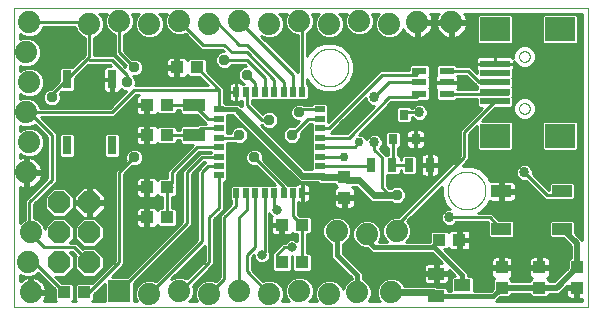
<source format=gtl>
G75*
%MOIN*%
%OFA0B0*%
%FSLAX25Y25*%
%IPPOS*%
%LPD*%
%AMOC8*
5,1,8,0,0,1.08239X$1,22.5*
%
%ADD10C,0.00000*%
%ADD11R,0.04331X0.03937*%
%ADD12R,0.03937X0.04331*%
%ADD13R,0.06500X0.03937*%
%ADD14R,0.03346X0.02126*%
%ADD15R,0.02126X0.03346*%
%ADD16R,0.05512X0.03937*%
%ADD17C,0.07400*%
%ADD18R,0.07400X0.07400*%
%ADD19R,0.03000X0.06000*%
%ADD20R,0.09843X0.01969*%
%ADD21R,0.09843X0.07874*%
%ADD22R,0.07480X0.04331*%
%ADD23R,0.03150X0.03543*%
%ADD24R,0.03150X0.04724*%
%ADD25R,0.04724X0.02362*%
%ADD26OC8,0.07400*%
%ADD27C,0.02400*%
%ADD28C,0.01600*%
%ADD29C,0.03762*%
%ADD30C,0.01000*%
%ADD31C,0.03369*%
%ADD32C,0.02000*%
%ADD33OC8,0.03200*%
%ADD34OC8,0.03000*%
%ADD35C,0.03000*%
%ADD36C,0.03200*%
D10*
X0001900Y0003250D02*
X0001900Y0103211D01*
X0193101Y0103211D01*
X0193101Y0003250D01*
X0001900Y0003250D01*
X0100600Y0083250D02*
X0100602Y0083408D01*
X0100608Y0083567D01*
X0100618Y0083725D01*
X0100632Y0083882D01*
X0100650Y0084040D01*
X0100671Y0084196D01*
X0100697Y0084353D01*
X0100727Y0084508D01*
X0100760Y0084663D01*
X0100798Y0084817D01*
X0100839Y0084970D01*
X0100884Y0085121D01*
X0100933Y0085272D01*
X0100986Y0085421D01*
X0101042Y0085569D01*
X0101103Y0085716D01*
X0101166Y0085861D01*
X0101234Y0086004D01*
X0101305Y0086145D01*
X0101379Y0086285D01*
X0101457Y0086423D01*
X0101539Y0086559D01*
X0101624Y0086692D01*
X0101712Y0086824D01*
X0101803Y0086953D01*
X0101898Y0087080D01*
X0101996Y0087204D01*
X0102097Y0087326D01*
X0102201Y0087446D01*
X0102307Y0087563D01*
X0102417Y0087677D01*
X0102530Y0087788D01*
X0102645Y0087896D01*
X0102764Y0088002D01*
X0102884Y0088104D01*
X0103007Y0088204D01*
X0103133Y0088300D01*
X0103261Y0088393D01*
X0103392Y0088483D01*
X0103524Y0088569D01*
X0103659Y0088652D01*
X0103796Y0088732D01*
X0103935Y0088808D01*
X0104075Y0088881D01*
X0104218Y0088950D01*
X0104362Y0089016D01*
X0104507Y0089078D01*
X0104655Y0089136D01*
X0104803Y0089191D01*
X0104953Y0089242D01*
X0105104Y0089289D01*
X0105257Y0089332D01*
X0105410Y0089371D01*
X0105564Y0089407D01*
X0105719Y0089438D01*
X0105875Y0089466D01*
X0106032Y0089490D01*
X0106189Y0089510D01*
X0106347Y0089526D01*
X0106504Y0089538D01*
X0106663Y0089546D01*
X0106821Y0089550D01*
X0106979Y0089550D01*
X0107137Y0089546D01*
X0107296Y0089538D01*
X0107453Y0089526D01*
X0107611Y0089510D01*
X0107768Y0089490D01*
X0107925Y0089466D01*
X0108081Y0089438D01*
X0108236Y0089407D01*
X0108390Y0089371D01*
X0108543Y0089332D01*
X0108696Y0089289D01*
X0108847Y0089242D01*
X0108997Y0089191D01*
X0109145Y0089136D01*
X0109293Y0089078D01*
X0109438Y0089016D01*
X0109582Y0088950D01*
X0109725Y0088881D01*
X0109865Y0088808D01*
X0110004Y0088732D01*
X0110141Y0088652D01*
X0110276Y0088569D01*
X0110408Y0088483D01*
X0110539Y0088393D01*
X0110667Y0088300D01*
X0110793Y0088204D01*
X0110916Y0088104D01*
X0111036Y0088002D01*
X0111155Y0087896D01*
X0111270Y0087788D01*
X0111383Y0087677D01*
X0111493Y0087563D01*
X0111599Y0087446D01*
X0111703Y0087326D01*
X0111804Y0087204D01*
X0111902Y0087080D01*
X0111997Y0086953D01*
X0112088Y0086824D01*
X0112176Y0086692D01*
X0112261Y0086559D01*
X0112343Y0086423D01*
X0112421Y0086285D01*
X0112495Y0086145D01*
X0112566Y0086004D01*
X0112634Y0085861D01*
X0112697Y0085716D01*
X0112758Y0085569D01*
X0112814Y0085421D01*
X0112867Y0085272D01*
X0112916Y0085121D01*
X0112961Y0084970D01*
X0113002Y0084817D01*
X0113040Y0084663D01*
X0113073Y0084508D01*
X0113103Y0084353D01*
X0113129Y0084196D01*
X0113150Y0084040D01*
X0113168Y0083882D01*
X0113182Y0083725D01*
X0113192Y0083567D01*
X0113198Y0083408D01*
X0113200Y0083250D01*
X0113198Y0083092D01*
X0113192Y0082933D01*
X0113182Y0082775D01*
X0113168Y0082618D01*
X0113150Y0082460D01*
X0113129Y0082304D01*
X0113103Y0082147D01*
X0113073Y0081992D01*
X0113040Y0081837D01*
X0113002Y0081683D01*
X0112961Y0081530D01*
X0112916Y0081379D01*
X0112867Y0081228D01*
X0112814Y0081079D01*
X0112758Y0080931D01*
X0112697Y0080784D01*
X0112634Y0080639D01*
X0112566Y0080496D01*
X0112495Y0080355D01*
X0112421Y0080215D01*
X0112343Y0080077D01*
X0112261Y0079941D01*
X0112176Y0079808D01*
X0112088Y0079676D01*
X0111997Y0079547D01*
X0111902Y0079420D01*
X0111804Y0079296D01*
X0111703Y0079174D01*
X0111599Y0079054D01*
X0111493Y0078937D01*
X0111383Y0078823D01*
X0111270Y0078712D01*
X0111155Y0078604D01*
X0111036Y0078498D01*
X0110916Y0078396D01*
X0110793Y0078296D01*
X0110667Y0078200D01*
X0110539Y0078107D01*
X0110408Y0078017D01*
X0110276Y0077931D01*
X0110141Y0077848D01*
X0110004Y0077768D01*
X0109865Y0077692D01*
X0109725Y0077619D01*
X0109582Y0077550D01*
X0109438Y0077484D01*
X0109293Y0077422D01*
X0109145Y0077364D01*
X0108997Y0077309D01*
X0108847Y0077258D01*
X0108696Y0077211D01*
X0108543Y0077168D01*
X0108390Y0077129D01*
X0108236Y0077093D01*
X0108081Y0077062D01*
X0107925Y0077034D01*
X0107768Y0077010D01*
X0107611Y0076990D01*
X0107453Y0076974D01*
X0107296Y0076962D01*
X0107137Y0076954D01*
X0106979Y0076950D01*
X0106821Y0076950D01*
X0106663Y0076954D01*
X0106504Y0076962D01*
X0106347Y0076974D01*
X0106189Y0076990D01*
X0106032Y0077010D01*
X0105875Y0077034D01*
X0105719Y0077062D01*
X0105564Y0077093D01*
X0105410Y0077129D01*
X0105257Y0077168D01*
X0105104Y0077211D01*
X0104953Y0077258D01*
X0104803Y0077309D01*
X0104655Y0077364D01*
X0104507Y0077422D01*
X0104362Y0077484D01*
X0104218Y0077550D01*
X0104075Y0077619D01*
X0103935Y0077692D01*
X0103796Y0077768D01*
X0103659Y0077848D01*
X0103524Y0077931D01*
X0103392Y0078017D01*
X0103261Y0078107D01*
X0103133Y0078200D01*
X0103007Y0078296D01*
X0102884Y0078396D01*
X0102764Y0078498D01*
X0102645Y0078604D01*
X0102530Y0078712D01*
X0102417Y0078823D01*
X0102307Y0078937D01*
X0102201Y0079054D01*
X0102097Y0079174D01*
X0101996Y0079296D01*
X0101898Y0079420D01*
X0101803Y0079547D01*
X0101712Y0079676D01*
X0101624Y0079808D01*
X0101539Y0079941D01*
X0101457Y0080077D01*
X0101379Y0080215D01*
X0101305Y0080355D01*
X0101234Y0080496D01*
X0101166Y0080639D01*
X0101103Y0080784D01*
X0101042Y0080931D01*
X0100986Y0081079D01*
X0100933Y0081228D01*
X0100884Y0081379D01*
X0100839Y0081530D01*
X0100798Y0081683D01*
X0100760Y0081837D01*
X0100727Y0081992D01*
X0100697Y0082147D01*
X0100671Y0082304D01*
X0100650Y0082460D01*
X0100632Y0082618D01*
X0100618Y0082775D01*
X0100608Y0082933D01*
X0100602Y0083092D01*
X0100600Y0083250D01*
X0170128Y0086911D02*
X0170130Y0086995D01*
X0170136Y0087078D01*
X0170146Y0087161D01*
X0170160Y0087244D01*
X0170177Y0087326D01*
X0170199Y0087407D01*
X0170224Y0087486D01*
X0170253Y0087565D01*
X0170286Y0087642D01*
X0170322Y0087717D01*
X0170362Y0087791D01*
X0170405Y0087863D01*
X0170452Y0087932D01*
X0170502Y0087999D01*
X0170555Y0088064D01*
X0170611Y0088126D01*
X0170669Y0088186D01*
X0170731Y0088243D01*
X0170795Y0088296D01*
X0170862Y0088347D01*
X0170931Y0088394D01*
X0171002Y0088439D01*
X0171075Y0088479D01*
X0171150Y0088516D01*
X0171227Y0088550D01*
X0171305Y0088580D01*
X0171384Y0088606D01*
X0171465Y0088629D01*
X0171547Y0088647D01*
X0171629Y0088662D01*
X0171712Y0088673D01*
X0171795Y0088680D01*
X0171879Y0088683D01*
X0171963Y0088682D01*
X0172046Y0088677D01*
X0172130Y0088668D01*
X0172212Y0088655D01*
X0172294Y0088639D01*
X0172375Y0088618D01*
X0172456Y0088594D01*
X0172534Y0088566D01*
X0172612Y0088534D01*
X0172688Y0088498D01*
X0172762Y0088459D01*
X0172834Y0088417D01*
X0172904Y0088371D01*
X0172972Y0088322D01*
X0173037Y0088270D01*
X0173100Y0088215D01*
X0173160Y0088157D01*
X0173218Y0088096D01*
X0173272Y0088032D01*
X0173324Y0087966D01*
X0173372Y0087898D01*
X0173417Y0087827D01*
X0173458Y0087754D01*
X0173497Y0087680D01*
X0173531Y0087604D01*
X0173562Y0087526D01*
X0173589Y0087447D01*
X0173613Y0087366D01*
X0173632Y0087285D01*
X0173648Y0087203D01*
X0173660Y0087120D01*
X0173668Y0087036D01*
X0173672Y0086953D01*
X0173672Y0086869D01*
X0173668Y0086786D01*
X0173660Y0086702D01*
X0173648Y0086619D01*
X0173632Y0086537D01*
X0173613Y0086456D01*
X0173589Y0086375D01*
X0173562Y0086296D01*
X0173531Y0086218D01*
X0173497Y0086142D01*
X0173458Y0086068D01*
X0173417Y0085995D01*
X0173372Y0085924D01*
X0173324Y0085856D01*
X0173272Y0085790D01*
X0173218Y0085726D01*
X0173160Y0085665D01*
X0173100Y0085607D01*
X0173037Y0085552D01*
X0172972Y0085500D01*
X0172904Y0085451D01*
X0172834Y0085405D01*
X0172762Y0085363D01*
X0172688Y0085324D01*
X0172612Y0085288D01*
X0172534Y0085256D01*
X0172456Y0085228D01*
X0172375Y0085204D01*
X0172294Y0085183D01*
X0172212Y0085167D01*
X0172130Y0085154D01*
X0172046Y0085145D01*
X0171963Y0085140D01*
X0171879Y0085139D01*
X0171795Y0085142D01*
X0171712Y0085149D01*
X0171629Y0085160D01*
X0171547Y0085175D01*
X0171465Y0085193D01*
X0171384Y0085216D01*
X0171305Y0085242D01*
X0171227Y0085272D01*
X0171150Y0085306D01*
X0171075Y0085343D01*
X0171002Y0085383D01*
X0170931Y0085428D01*
X0170862Y0085475D01*
X0170795Y0085526D01*
X0170731Y0085579D01*
X0170669Y0085636D01*
X0170611Y0085696D01*
X0170555Y0085758D01*
X0170502Y0085823D01*
X0170452Y0085890D01*
X0170405Y0085959D01*
X0170362Y0086031D01*
X0170322Y0086105D01*
X0170286Y0086180D01*
X0170253Y0086257D01*
X0170224Y0086336D01*
X0170199Y0086415D01*
X0170177Y0086496D01*
X0170160Y0086578D01*
X0170146Y0086661D01*
X0170136Y0086744D01*
X0170130Y0086827D01*
X0170128Y0086911D01*
X0170128Y0069589D02*
X0170130Y0069673D01*
X0170136Y0069756D01*
X0170146Y0069839D01*
X0170160Y0069922D01*
X0170177Y0070004D01*
X0170199Y0070085D01*
X0170224Y0070164D01*
X0170253Y0070243D01*
X0170286Y0070320D01*
X0170322Y0070395D01*
X0170362Y0070469D01*
X0170405Y0070541D01*
X0170452Y0070610D01*
X0170502Y0070677D01*
X0170555Y0070742D01*
X0170611Y0070804D01*
X0170669Y0070864D01*
X0170731Y0070921D01*
X0170795Y0070974D01*
X0170862Y0071025D01*
X0170931Y0071072D01*
X0171002Y0071117D01*
X0171075Y0071157D01*
X0171150Y0071194D01*
X0171227Y0071228D01*
X0171305Y0071258D01*
X0171384Y0071284D01*
X0171465Y0071307D01*
X0171547Y0071325D01*
X0171629Y0071340D01*
X0171712Y0071351D01*
X0171795Y0071358D01*
X0171879Y0071361D01*
X0171963Y0071360D01*
X0172046Y0071355D01*
X0172130Y0071346D01*
X0172212Y0071333D01*
X0172294Y0071317D01*
X0172375Y0071296D01*
X0172456Y0071272D01*
X0172534Y0071244D01*
X0172612Y0071212D01*
X0172688Y0071176D01*
X0172762Y0071137D01*
X0172834Y0071095D01*
X0172904Y0071049D01*
X0172972Y0071000D01*
X0173037Y0070948D01*
X0173100Y0070893D01*
X0173160Y0070835D01*
X0173218Y0070774D01*
X0173272Y0070710D01*
X0173324Y0070644D01*
X0173372Y0070576D01*
X0173417Y0070505D01*
X0173458Y0070432D01*
X0173497Y0070358D01*
X0173531Y0070282D01*
X0173562Y0070204D01*
X0173589Y0070125D01*
X0173613Y0070044D01*
X0173632Y0069963D01*
X0173648Y0069881D01*
X0173660Y0069798D01*
X0173668Y0069714D01*
X0173672Y0069631D01*
X0173672Y0069547D01*
X0173668Y0069464D01*
X0173660Y0069380D01*
X0173648Y0069297D01*
X0173632Y0069215D01*
X0173613Y0069134D01*
X0173589Y0069053D01*
X0173562Y0068974D01*
X0173531Y0068896D01*
X0173497Y0068820D01*
X0173458Y0068746D01*
X0173417Y0068673D01*
X0173372Y0068602D01*
X0173324Y0068534D01*
X0173272Y0068468D01*
X0173218Y0068404D01*
X0173160Y0068343D01*
X0173100Y0068285D01*
X0173037Y0068230D01*
X0172972Y0068178D01*
X0172904Y0068129D01*
X0172834Y0068083D01*
X0172762Y0068041D01*
X0172688Y0068002D01*
X0172612Y0067966D01*
X0172534Y0067934D01*
X0172456Y0067906D01*
X0172375Y0067882D01*
X0172294Y0067861D01*
X0172212Y0067845D01*
X0172130Y0067832D01*
X0172046Y0067823D01*
X0171963Y0067818D01*
X0171879Y0067817D01*
X0171795Y0067820D01*
X0171712Y0067827D01*
X0171629Y0067838D01*
X0171547Y0067853D01*
X0171465Y0067871D01*
X0171384Y0067894D01*
X0171305Y0067920D01*
X0171227Y0067950D01*
X0171150Y0067984D01*
X0171075Y0068021D01*
X0171002Y0068061D01*
X0170931Y0068106D01*
X0170862Y0068153D01*
X0170795Y0068204D01*
X0170731Y0068257D01*
X0170669Y0068314D01*
X0170611Y0068374D01*
X0170555Y0068436D01*
X0170502Y0068501D01*
X0170452Y0068568D01*
X0170405Y0068637D01*
X0170362Y0068709D01*
X0170322Y0068783D01*
X0170286Y0068858D01*
X0170253Y0068935D01*
X0170224Y0069014D01*
X0170199Y0069093D01*
X0170177Y0069174D01*
X0170160Y0069256D01*
X0170146Y0069339D01*
X0170136Y0069422D01*
X0170130Y0069505D01*
X0170128Y0069589D01*
X0146350Y0042250D02*
X0146352Y0042408D01*
X0146358Y0042567D01*
X0146368Y0042725D01*
X0146382Y0042882D01*
X0146400Y0043040D01*
X0146421Y0043196D01*
X0146447Y0043353D01*
X0146477Y0043508D01*
X0146510Y0043663D01*
X0146548Y0043817D01*
X0146589Y0043970D01*
X0146634Y0044121D01*
X0146683Y0044272D01*
X0146736Y0044421D01*
X0146792Y0044569D01*
X0146853Y0044716D01*
X0146916Y0044861D01*
X0146984Y0045004D01*
X0147055Y0045145D01*
X0147129Y0045285D01*
X0147207Y0045423D01*
X0147289Y0045559D01*
X0147374Y0045692D01*
X0147462Y0045824D01*
X0147553Y0045953D01*
X0147648Y0046080D01*
X0147746Y0046204D01*
X0147847Y0046326D01*
X0147951Y0046446D01*
X0148057Y0046563D01*
X0148167Y0046677D01*
X0148280Y0046788D01*
X0148395Y0046896D01*
X0148514Y0047002D01*
X0148634Y0047104D01*
X0148757Y0047204D01*
X0148883Y0047300D01*
X0149011Y0047393D01*
X0149142Y0047483D01*
X0149274Y0047569D01*
X0149409Y0047652D01*
X0149546Y0047732D01*
X0149685Y0047808D01*
X0149825Y0047881D01*
X0149968Y0047950D01*
X0150112Y0048016D01*
X0150257Y0048078D01*
X0150405Y0048136D01*
X0150553Y0048191D01*
X0150703Y0048242D01*
X0150854Y0048289D01*
X0151007Y0048332D01*
X0151160Y0048371D01*
X0151314Y0048407D01*
X0151469Y0048438D01*
X0151625Y0048466D01*
X0151782Y0048490D01*
X0151939Y0048510D01*
X0152097Y0048526D01*
X0152254Y0048538D01*
X0152413Y0048546D01*
X0152571Y0048550D01*
X0152729Y0048550D01*
X0152887Y0048546D01*
X0153046Y0048538D01*
X0153203Y0048526D01*
X0153361Y0048510D01*
X0153518Y0048490D01*
X0153675Y0048466D01*
X0153831Y0048438D01*
X0153986Y0048407D01*
X0154140Y0048371D01*
X0154293Y0048332D01*
X0154446Y0048289D01*
X0154597Y0048242D01*
X0154747Y0048191D01*
X0154895Y0048136D01*
X0155043Y0048078D01*
X0155188Y0048016D01*
X0155332Y0047950D01*
X0155475Y0047881D01*
X0155615Y0047808D01*
X0155754Y0047732D01*
X0155891Y0047652D01*
X0156026Y0047569D01*
X0156158Y0047483D01*
X0156289Y0047393D01*
X0156417Y0047300D01*
X0156543Y0047204D01*
X0156666Y0047104D01*
X0156786Y0047002D01*
X0156905Y0046896D01*
X0157020Y0046788D01*
X0157133Y0046677D01*
X0157243Y0046563D01*
X0157349Y0046446D01*
X0157453Y0046326D01*
X0157554Y0046204D01*
X0157652Y0046080D01*
X0157747Y0045953D01*
X0157838Y0045824D01*
X0157926Y0045692D01*
X0158011Y0045559D01*
X0158093Y0045423D01*
X0158171Y0045285D01*
X0158245Y0045145D01*
X0158316Y0045004D01*
X0158384Y0044861D01*
X0158447Y0044716D01*
X0158508Y0044569D01*
X0158564Y0044421D01*
X0158617Y0044272D01*
X0158666Y0044121D01*
X0158711Y0043970D01*
X0158752Y0043817D01*
X0158790Y0043663D01*
X0158823Y0043508D01*
X0158853Y0043353D01*
X0158879Y0043196D01*
X0158900Y0043040D01*
X0158918Y0042882D01*
X0158932Y0042725D01*
X0158942Y0042567D01*
X0158948Y0042408D01*
X0158950Y0042250D01*
X0158948Y0042092D01*
X0158942Y0041933D01*
X0158932Y0041775D01*
X0158918Y0041618D01*
X0158900Y0041460D01*
X0158879Y0041304D01*
X0158853Y0041147D01*
X0158823Y0040992D01*
X0158790Y0040837D01*
X0158752Y0040683D01*
X0158711Y0040530D01*
X0158666Y0040379D01*
X0158617Y0040228D01*
X0158564Y0040079D01*
X0158508Y0039931D01*
X0158447Y0039784D01*
X0158384Y0039639D01*
X0158316Y0039496D01*
X0158245Y0039355D01*
X0158171Y0039215D01*
X0158093Y0039077D01*
X0158011Y0038941D01*
X0157926Y0038808D01*
X0157838Y0038676D01*
X0157747Y0038547D01*
X0157652Y0038420D01*
X0157554Y0038296D01*
X0157453Y0038174D01*
X0157349Y0038054D01*
X0157243Y0037937D01*
X0157133Y0037823D01*
X0157020Y0037712D01*
X0156905Y0037604D01*
X0156786Y0037498D01*
X0156666Y0037396D01*
X0156543Y0037296D01*
X0156417Y0037200D01*
X0156289Y0037107D01*
X0156158Y0037017D01*
X0156026Y0036931D01*
X0155891Y0036848D01*
X0155754Y0036768D01*
X0155615Y0036692D01*
X0155475Y0036619D01*
X0155332Y0036550D01*
X0155188Y0036484D01*
X0155043Y0036422D01*
X0154895Y0036364D01*
X0154747Y0036309D01*
X0154597Y0036258D01*
X0154446Y0036211D01*
X0154293Y0036168D01*
X0154140Y0036129D01*
X0153986Y0036093D01*
X0153831Y0036062D01*
X0153675Y0036034D01*
X0153518Y0036010D01*
X0153361Y0035990D01*
X0153203Y0035974D01*
X0153046Y0035962D01*
X0152887Y0035954D01*
X0152729Y0035950D01*
X0152571Y0035950D01*
X0152413Y0035954D01*
X0152254Y0035962D01*
X0152097Y0035974D01*
X0151939Y0035990D01*
X0151782Y0036010D01*
X0151625Y0036034D01*
X0151469Y0036062D01*
X0151314Y0036093D01*
X0151160Y0036129D01*
X0151007Y0036168D01*
X0150854Y0036211D01*
X0150703Y0036258D01*
X0150553Y0036309D01*
X0150405Y0036364D01*
X0150257Y0036422D01*
X0150112Y0036484D01*
X0149968Y0036550D01*
X0149825Y0036619D01*
X0149685Y0036692D01*
X0149546Y0036768D01*
X0149409Y0036848D01*
X0149274Y0036931D01*
X0149142Y0037017D01*
X0149011Y0037107D01*
X0148883Y0037200D01*
X0148757Y0037296D01*
X0148634Y0037396D01*
X0148514Y0037498D01*
X0148395Y0037604D01*
X0148280Y0037712D01*
X0148167Y0037823D01*
X0148057Y0037937D01*
X0147951Y0038054D01*
X0147847Y0038174D01*
X0147746Y0038296D01*
X0147648Y0038420D01*
X0147553Y0038547D01*
X0147462Y0038676D01*
X0147374Y0038808D01*
X0147289Y0038941D01*
X0147207Y0039077D01*
X0147129Y0039215D01*
X0147055Y0039355D01*
X0146984Y0039496D01*
X0146916Y0039639D01*
X0146853Y0039784D01*
X0146792Y0039931D01*
X0146736Y0040079D01*
X0146683Y0040228D01*
X0146634Y0040379D01*
X0146589Y0040530D01*
X0146548Y0040683D01*
X0146510Y0040837D01*
X0146477Y0040992D01*
X0146447Y0041147D01*
X0146421Y0041304D01*
X0146400Y0041460D01*
X0146382Y0041618D01*
X0146368Y0041775D01*
X0146358Y0041933D01*
X0146352Y0042092D01*
X0146350Y0042250D01*
D11*
X0143554Y0025750D03*
X0150246Y0025750D03*
X0097746Y0030750D03*
X0091054Y0030750D03*
X0091054Y0018250D03*
X0097746Y0018250D03*
X0052746Y0033250D03*
X0046054Y0033250D03*
X0046054Y0043250D03*
X0052746Y0043250D03*
X0052746Y0060750D03*
X0046054Y0060750D03*
X0046054Y0070750D03*
X0052746Y0070750D03*
X0056054Y0083250D03*
X0062746Y0083250D03*
X0025246Y0008250D03*
X0018554Y0008250D03*
D12*
X0111900Y0039904D03*
X0111900Y0046596D03*
X0164400Y0016596D03*
X0164400Y0009904D03*
X0176900Y0009904D03*
X0176900Y0016596D03*
X0189400Y0016596D03*
X0189400Y0009904D03*
D13*
X0184546Y0029451D03*
X0164254Y0029451D03*
X0164254Y0042049D03*
X0184546Y0042049D03*
D14*
X0103731Y0047226D03*
X0103731Y0050376D03*
X0103731Y0053526D03*
X0103731Y0056675D03*
X0103731Y0059825D03*
X0103731Y0062974D03*
X0103731Y0066124D03*
X0103731Y0069274D03*
X0070069Y0069274D03*
X0070069Y0066124D03*
X0070069Y0062974D03*
X0070069Y0059825D03*
X0070069Y0056675D03*
X0070069Y0053565D03*
X0070069Y0050415D03*
X0070069Y0047266D03*
D15*
X0075876Y0041419D03*
X0079026Y0041419D03*
X0082176Y0041419D03*
X0085325Y0041419D03*
X0088475Y0041419D03*
X0091624Y0041419D03*
X0094774Y0041419D03*
X0097924Y0041419D03*
X0097924Y0075081D03*
X0094774Y0075081D03*
X0091624Y0075081D03*
X0088475Y0075081D03*
X0085325Y0075081D03*
X0082176Y0075081D03*
X0079026Y0075081D03*
X0075876Y0075081D03*
D16*
X0142569Y0014490D03*
X0151231Y0010750D03*
X0142569Y0007010D03*
D17*
X0127600Y0008250D03*
X0116200Y0008250D03*
X0106900Y0007750D03*
X0096900Y0008750D03*
X0086900Y0007750D03*
X0076900Y0008750D03*
X0066900Y0007750D03*
X0056900Y0008750D03*
X0046900Y0007750D03*
X0007400Y0008250D03*
X0006400Y0018250D03*
X0007400Y0028250D03*
X0005900Y0048250D03*
X0006900Y0058250D03*
X0005900Y0068250D03*
X0006900Y0078250D03*
X0005900Y0088250D03*
X0006900Y0098250D03*
X0026900Y0097750D03*
X0036900Y0098750D03*
X0046900Y0097750D03*
X0056900Y0098750D03*
X0066900Y0097750D03*
X0076900Y0098750D03*
X0086900Y0097750D03*
X0096900Y0098750D03*
X0106900Y0097750D03*
X0116900Y0098750D03*
X0126900Y0097750D03*
X0136200Y0098250D03*
X0147600Y0098250D03*
X0129400Y0028750D03*
X0119400Y0027750D03*
X0109400Y0028750D03*
D18*
X0036900Y0008750D03*
D19*
X0034400Y0057250D03*
X0019400Y0057250D03*
X0019400Y0079250D03*
X0034400Y0079250D03*
D20*
X0162057Y0078250D03*
X0162057Y0075100D03*
X0162057Y0071951D03*
X0162057Y0081400D03*
X0162057Y0084549D03*
D21*
X0162057Y0095967D03*
X0183711Y0095967D03*
X0183711Y0060533D03*
X0162057Y0060533D03*
D22*
X0061900Y0060829D03*
X0061900Y0070671D03*
D23*
X0128160Y0059313D03*
X0135640Y0059313D03*
X0131900Y0067581D03*
D24*
X0133357Y0050750D03*
X0127943Y0050750D03*
X0120857Y0050750D03*
X0140443Y0050750D03*
D25*
X0136900Y0074510D03*
X0136900Y0078250D03*
X0136900Y0081990D03*
X0145955Y0081990D03*
X0145955Y0078250D03*
X0145955Y0074510D03*
D26*
X0026900Y0038250D03*
X0016900Y0038250D03*
X0016900Y0028250D03*
X0026900Y0028250D03*
X0026900Y0018250D03*
X0016900Y0018250D03*
D27*
X0076900Y0068250D02*
X0097924Y0047226D01*
X0103731Y0047226D01*
X0104361Y0046596D01*
X0111900Y0046596D01*
X0112746Y0045750D01*
X0116900Y0045750D01*
X0121900Y0040750D01*
X0126900Y0040750D01*
X0129400Y0040750D01*
X0127600Y0008250D02*
X0141329Y0008250D01*
D28*
X0142569Y0007010D01*
X0161506Y0007010D01*
X0164400Y0009904D01*
X0151231Y0010750D02*
X0151231Y0013919D01*
X0141477Y0023673D01*
X0143554Y0025750D01*
X0141477Y0023673D02*
X0141054Y0023250D01*
X0121900Y0023250D01*
X0119400Y0025750D01*
X0119400Y0027750D01*
X0109400Y0028750D02*
X0109400Y0020750D01*
X0116200Y0013950D01*
X0116200Y0008250D01*
X0076900Y0068250D02*
X0075876Y0069274D01*
X0070069Y0069274D01*
D29*
X0076900Y0060750D03*
X0086900Y0065750D03*
X0094400Y0060750D03*
X0081900Y0053250D03*
X0096900Y0068250D03*
X0079400Y0080750D03*
X0071900Y0085750D03*
X0041900Y0083250D03*
X0039400Y0078250D03*
X0014400Y0073250D03*
X0041900Y0053250D03*
X0129400Y0040750D03*
D30*
X0126900Y0040750D02*
X0124400Y0043250D01*
X0124400Y0053250D01*
X0121900Y0055750D01*
X0121900Y0058250D01*
X0119300Y0059249D02*
X0119104Y0059723D01*
X0118373Y0060454D01*
X0117417Y0060850D01*
X0116763Y0060850D01*
X0127563Y0071650D01*
X0136303Y0071650D01*
X0136882Y0072229D01*
X0139718Y0072229D01*
X0140362Y0072873D01*
X0140362Y0076147D01*
X0140129Y0076380D01*
X0140362Y0076613D01*
X0140362Y0079887D01*
X0140129Y0080120D01*
X0140362Y0080353D01*
X0140362Y0083627D01*
X0139718Y0084271D01*
X0134082Y0084271D01*
X0133438Y0083627D01*
X0133438Y0082350D01*
X0123737Y0082350D01*
X0122800Y0081413D01*
X0106504Y0065117D01*
X0106504Y0067643D01*
X0106448Y0067699D01*
X0106504Y0067755D01*
X0106504Y0070792D01*
X0105860Y0071437D01*
X0101602Y0071437D01*
X0101039Y0070874D01*
X0098356Y0070874D01*
X0097493Y0071231D01*
X0096307Y0071231D01*
X0095211Y0070777D01*
X0094373Y0069939D01*
X0093919Y0068843D01*
X0093919Y0067657D01*
X0094373Y0066561D01*
X0095211Y0065723D01*
X0096307Y0065269D01*
X0096656Y0065269D01*
X0095082Y0063694D01*
X0094993Y0063731D01*
X0093807Y0063731D01*
X0092711Y0063277D01*
X0091873Y0062439D01*
X0091419Y0061343D01*
X0091419Y0060157D01*
X0091873Y0059061D01*
X0092711Y0058223D01*
X0093807Y0057769D01*
X0094993Y0057769D01*
X0096089Y0058223D01*
X0096927Y0059061D01*
X0097381Y0060157D01*
X0097381Y0061343D01*
X0097344Y0061432D01*
X0100437Y0064524D01*
X0100988Y0064524D01*
X0100957Y0064493D01*
X0100957Y0061456D01*
X0101014Y0061400D01*
X0100957Y0061343D01*
X0100957Y0058306D01*
X0101014Y0058250D01*
X0100957Y0058194D01*
X0100957Y0055157D01*
X0101014Y0055100D01*
X0100957Y0055044D01*
X0100957Y0052007D01*
X0101014Y0051951D01*
X0100957Y0051895D01*
X0100957Y0049526D01*
X0098876Y0049526D01*
X0084253Y0064150D01*
X0084336Y0064150D01*
X0084373Y0064061D01*
X0085211Y0063223D01*
X0086307Y0062769D01*
X0087493Y0062769D01*
X0088589Y0063223D01*
X0089427Y0064061D01*
X0089881Y0065157D01*
X0089881Y0066343D01*
X0089427Y0067439D01*
X0088589Y0068277D01*
X0087493Y0068731D01*
X0086307Y0068731D01*
X0085211Y0068277D01*
X0084673Y0067739D01*
X0081000Y0071413D01*
X0081000Y0072307D01*
X0083694Y0072307D01*
X0083750Y0072364D01*
X0083807Y0072307D01*
X0086844Y0072307D01*
X0086900Y0072364D01*
X0086956Y0072307D01*
X0089993Y0072307D01*
X0090050Y0072364D01*
X0090106Y0072307D01*
X0093143Y0072307D01*
X0093199Y0072364D01*
X0093255Y0072307D01*
X0096293Y0072307D01*
X0096349Y0072364D01*
X0096405Y0072307D01*
X0099442Y0072307D01*
X0100087Y0072952D01*
X0100087Y0077210D01*
X0099524Y0077773D01*
X0099524Y0079369D01*
X0099864Y0078548D01*
X0102198Y0076214D01*
X0105249Y0074950D01*
X0108551Y0074950D01*
X0111602Y0076214D01*
X0113936Y0078548D01*
X0115200Y0081599D01*
X0115200Y0084901D01*
X0113936Y0087952D01*
X0111602Y0090286D01*
X0108551Y0091550D01*
X0105249Y0091550D01*
X0102198Y0090286D01*
X0099864Y0087952D01*
X0099524Y0087131D01*
X0099524Y0094641D01*
X0099619Y0094681D01*
X0100969Y0096031D01*
X0101700Y0097795D01*
X0101700Y0099705D01*
X0101076Y0101211D01*
X0103572Y0101211D01*
X0102831Y0100469D01*
X0102100Y0098705D01*
X0102100Y0096795D01*
X0102831Y0095031D01*
X0104181Y0093681D01*
X0105945Y0092950D01*
X0107855Y0092950D01*
X0109619Y0093681D01*
X0110969Y0095031D01*
X0111700Y0096795D01*
X0111700Y0098705D01*
X0110969Y0100469D01*
X0110228Y0101211D01*
X0112724Y0101211D01*
X0112100Y0099705D01*
X0112100Y0097795D01*
X0112831Y0096031D01*
X0114181Y0094681D01*
X0115945Y0093950D01*
X0117855Y0093950D01*
X0119619Y0094681D01*
X0120969Y0096031D01*
X0121700Y0097795D01*
X0121700Y0099705D01*
X0121076Y0101211D01*
X0123572Y0101211D01*
X0122831Y0100469D01*
X0122100Y0098705D01*
X0122100Y0096795D01*
X0122831Y0095031D01*
X0124181Y0093681D01*
X0125945Y0092950D01*
X0127855Y0092950D01*
X0129619Y0093681D01*
X0130969Y0095031D01*
X0131433Y0096151D01*
X0131753Y0095525D01*
X0132234Y0094862D01*
X0132812Y0094284D01*
X0133475Y0093803D01*
X0134204Y0093431D01*
X0134982Y0093178D01*
X0135700Y0093064D01*
X0135700Y0097750D01*
X0136700Y0097750D01*
X0136700Y0098750D01*
X0141386Y0098750D01*
X0141272Y0099468D01*
X0141019Y0100246D01*
X0140647Y0100975D01*
X0140477Y0101211D01*
X0143323Y0101211D01*
X0143153Y0100975D01*
X0142781Y0100246D01*
X0142528Y0099468D01*
X0142414Y0098750D01*
X0147100Y0098750D01*
X0147100Y0097750D01*
X0148100Y0097750D01*
X0148100Y0098750D01*
X0152786Y0098750D01*
X0152672Y0099468D01*
X0152419Y0100246D01*
X0152047Y0100975D01*
X0151877Y0101211D01*
X0191101Y0101211D01*
X0191101Y0025865D01*
X0188896Y0028071D01*
X0188896Y0031875D01*
X0188251Y0032519D01*
X0180840Y0032519D01*
X0180196Y0031875D01*
X0180196Y0027027D01*
X0180840Y0026382D01*
X0184644Y0026382D01*
X0187300Y0023727D01*
X0187300Y0019862D01*
X0186976Y0019862D01*
X0186331Y0019217D01*
X0186331Y0016498D01*
X0181837Y0012004D01*
X0179968Y0012004D01*
X0179968Y0012525D01*
X0179455Y0013038D01*
X0179790Y0013231D01*
X0180069Y0013510D01*
X0180266Y0013852D01*
X0180368Y0014234D01*
X0184067Y0014234D01*
X0185066Y0015232D02*
X0180368Y0015232D01*
X0180368Y0016112D02*
X0180368Y0014234D01*
X0179794Y0013235D02*
X0183069Y0013235D01*
X0182070Y0012237D02*
X0179968Y0012237D01*
X0174345Y0013038D02*
X0173831Y0012525D01*
X0173831Y0012004D01*
X0167468Y0012004D01*
X0167468Y0012525D01*
X0166955Y0013038D01*
X0167290Y0013231D01*
X0167569Y0013510D01*
X0167766Y0013852D01*
X0167868Y0014234D01*
X0173431Y0014234D01*
X0173534Y0013852D01*
X0173731Y0013510D01*
X0174010Y0013231D01*
X0174345Y0013038D01*
X0174006Y0013235D02*
X0167294Y0013235D01*
X0167468Y0012237D02*
X0173831Y0012237D01*
X0173431Y0014234D02*
X0173431Y0016112D01*
X0176416Y0016112D01*
X0176416Y0017081D01*
X0176416Y0020262D01*
X0174734Y0020262D01*
X0174353Y0020160D01*
X0174010Y0019962D01*
X0173731Y0019683D01*
X0173534Y0019341D01*
X0173431Y0018959D01*
X0173431Y0017081D01*
X0176416Y0017081D01*
X0177384Y0017081D01*
X0177384Y0020262D01*
X0179066Y0020262D01*
X0179447Y0020160D01*
X0179790Y0019962D01*
X0180069Y0019683D01*
X0180266Y0019341D01*
X0180368Y0018959D01*
X0180368Y0017081D01*
X0177384Y0017081D01*
X0177384Y0016112D01*
X0180368Y0016112D01*
X0180368Y0017229D02*
X0186331Y0017229D01*
X0186331Y0018228D02*
X0180368Y0018228D01*
X0180297Y0019226D02*
X0186340Y0019226D01*
X0187300Y0020225D02*
X0179204Y0020225D01*
X0177384Y0020225D02*
X0176416Y0020225D01*
X0176416Y0019226D02*
X0177384Y0019226D01*
X0177384Y0018228D02*
X0176416Y0018228D01*
X0176416Y0017229D02*
X0177384Y0017229D01*
X0177384Y0016231D02*
X0186064Y0016231D01*
X0187300Y0021223D02*
X0146614Y0021223D01*
X0147612Y0020225D02*
X0162096Y0020225D01*
X0162234Y0020262D02*
X0161853Y0020160D01*
X0161510Y0019962D01*
X0161231Y0019683D01*
X0161034Y0019341D01*
X0160931Y0018959D01*
X0160931Y0017081D01*
X0163916Y0017081D01*
X0163916Y0020262D01*
X0162234Y0020262D01*
X0161003Y0019226D02*
X0148611Y0019226D01*
X0149609Y0018228D02*
X0160931Y0018228D01*
X0160931Y0017229D02*
X0150608Y0017229D01*
X0151606Y0016231D02*
X0163916Y0016231D01*
X0163916Y0016112D02*
X0160931Y0016112D01*
X0160931Y0014234D01*
X0153131Y0014234D01*
X0153131Y0013818D02*
X0153131Y0014706D01*
X0145155Y0022681D01*
X0146175Y0022681D01*
X0146688Y0023195D01*
X0146881Y0022860D01*
X0147160Y0022581D01*
X0147502Y0022384D01*
X0147884Y0022281D01*
X0149762Y0022281D01*
X0149762Y0025266D01*
X0150731Y0025266D01*
X0150731Y0026234D01*
X0153912Y0026234D01*
X0153912Y0027916D01*
X0153810Y0028297D01*
X0153612Y0028640D01*
X0153333Y0028919D01*
X0152991Y0029116D01*
X0152609Y0029218D01*
X0150731Y0029218D01*
X0150731Y0026234D01*
X0149762Y0026234D01*
X0149762Y0029218D01*
X0147884Y0029218D01*
X0147502Y0029116D01*
X0147160Y0028919D01*
X0146881Y0028640D01*
X0146688Y0028305D01*
X0146175Y0028818D01*
X0140933Y0028818D01*
X0140288Y0028174D01*
X0140288Y0025172D01*
X0140267Y0025150D01*
X0132588Y0025150D01*
X0133469Y0026031D01*
X0134200Y0027795D01*
X0134200Y0029705D01*
X0133469Y0031469D01*
X0132925Y0032013D01*
X0144350Y0043437D01*
X0144350Y0040599D01*
X0145614Y0037548D01*
X0147128Y0036034D01*
X0146346Y0036034D01*
X0145323Y0035610D01*
X0144540Y0034827D01*
X0144116Y0033804D01*
X0144116Y0032696D01*
X0144540Y0031673D01*
X0145323Y0030890D01*
X0146346Y0030466D01*
X0147454Y0030466D01*
X0148477Y0030890D01*
X0149238Y0031650D01*
X0159792Y0031650D01*
X0159904Y0031538D01*
X0159904Y0027027D01*
X0160549Y0026382D01*
X0167960Y0026382D01*
X0168604Y0027027D01*
X0168604Y0031875D01*
X0167960Y0032519D01*
X0163449Y0032519D01*
X0161118Y0034850D01*
X0156474Y0034850D01*
X0157352Y0035214D01*
X0159686Y0037548D01*
X0160208Y0038808D01*
X0160425Y0038683D01*
X0160807Y0038581D01*
X0163770Y0038581D01*
X0163770Y0041565D01*
X0164739Y0041565D01*
X0164739Y0042533D01*
X0169004Y0042533D01*
X0169004Y0044215D01*
X0168902Y0044597D01*
X0168705Y0044939D01*
X0168425Y0045218D01*
X0168083Y0045415D01*
X0167702Y0045518D01*
X0164739Y0045518D01*
X0164739Y0042534D01*
X0163770Y0042534D01*
X0163770Y0045518D01*
X0160807Y0045518D01*
X0160425Y0045415D01*
X0160342Y0045368D01*
X0159686Y0046952D01*
X0157352Y0049286D01*
X0154301Y0050550D01*
X0151463Y0050550D01*
X0152563Y0051650D01*
X0153500Y0052587D01*
X0153500Y0061131D01*
X0156036Y0063667D01*
X0156036Y0056141D01*
X0156681Y0055496D01*
X0167434Y0055496D01*
X0168079Y0056141D01*
X0168079Y0064926D01*
X0167434Y0065570D01*
X0157940Y0065570D01*
X0162236Y0069867D01*
X0167434Y0069867D01*
X0168079Y0070511D01*
X0168079Y0073391D01*
X0167944Y0073526D01*
X0168079Y0073660D01*
X0168079Y0074491D01*
X0168141Y0074954D01*
X0168079Y0075036D01*
X0168079Y0076540D01*
X0167944Y0076675D01*
X0168079Y0076810D01*
X0168079Y0079690D01*
X0167944Y0079825D01*
X0168079Y0079960D01*
X0168079Y0082544D01*
X0168179Y0082644D01*
X0168377Y0082986D01*
X0168479Y0083367D01*
X0168479Y0084549D01*
X0162058Y0084549D01*
X0162058Y0084549D01*
X0168479Y0084549D01*
X0168479Y0085315D01*
X0168703Y0084775D01*
X0169764Y0083714D01*
X0171150Y0083140D01*
X0172650Y0083140D01*
X0174036Y0083714D01*
X0175097Y0084775D01*
X0175672Y0086161D01*
X0175672Y0087662D01*
X0175097Y0089048D01*
X0174036Y0090109D01*
X0172650Y0090683D01*
X0171150Y0090683D01*
X0169764Y0090109D01*
X0168703Y0089048D01*
X0168128Y0087662D01*
X0168128Y0086505D01*
X0167900Y0086734D01*
X0167558Y0086931D01*
X0167176Y0087033D01*
X0162058Y0087033D01*
X0162058Y0084549D01*
X0162057Y0084549D01*
X0155636Y0084549D01*
X0155636Y0083367D01*
X0155738Y0082986D01*
X0155936Y0082644D01*
X0156036Y0082544D01*
X0156036Y0081376D01*
X0153823Y0083590D01*
X0149417Y0083590D01*
X0149417Y0083627D01*
X0148773Y0084271D01*
X0143137Y0084271D01*
X0142493Y0083627D01*
X0142493Y0080452D01*
X0142393Y0080352D01*
X0142195Y0080010D01*
X0142093Y0079629D01*
X0142093Y0078341D01*
X0145864Y0078341D01*
X0145864Y0078159D01*
X0142093Y0078159D01*
X0142093Y0076871D01*
X0142195Y0076490D01*
X0142393Y0076148D01*
X0142493Y0076048D01*
X0142493Y0072873D01*
X0143137Y0072229D01*
X0148773Y0072229D01*
X0149417Y0072873D01*
X0149417Y0072910D01*
X0156036Y0072910D01*
X0156036Y0070511D01*
X0156681Y0069867D01*
X0157711Y0069867D01*
X0150300Y0062456D01*
X0150300Y0053913D01*
X0129937Y0033550D01*
X0128445Y0033550D01*
X0126681Y0032819D01*
X0125331Y0031469D01*
X0124600Y0029705D01*
X0124600Y0027795D01*
X0125331Y0026031D01*
X0126212Y0025150D01*
X0123519Y0025150D01*
X0124200Y0026795D01*
X0124200Y0028705D01*
X0123469Y0030469D01*
X0122119Y0031819D01*
X0120355Y0032550D01*
X0118445Y0032550D01*
X0116681Y0031819D01*
X0115331Y0030469D01*
X0114600Y0028705D01*
X0114600Y0026795D01*
X0115331Y0025031D01*
X0116681Y0023681D01*
X0118445Y0022950D01*
X0119513Y0022950D01*
X0120000Y0022463D01*
X0121113Y0021350D01*
X0141113Y0021350D01*
X0144504Y0017959D01*
X0143054Y0017959D01*
X0143054Y0014974D01*
X0146825Y0014974D01*
X0146825Y0015638D01*
X0148645Y0013818D01*
X0148019Y0013818D01*
X0147375Y0013174D01*
X0147375Y0008910D01*
X0146425Y0008910D01*
X0146425Y0009434D01*
X0145781Y0010078D01*
X0142753Y0010078D01*
X0142282Y0010550D01*
X0131843Y0010550D01*
X0131669Y0010969D01*
X0130319Y0012319D01*
X0128555Y0013050D01*
X0126645Y0013050D01*
X0124881Y0012319D01*
X0123531Y0010969D01*
X0122800Y0009205D01*
X0122800Y0007295D01*
X0123531Y0005531D01*
X0123812Y0005250D01*
X0119988Y0005250D01*
X0120269Y0005531D01*
X0121000Y0007295D01*
X0121000Y0009205D01*
X0120269Y0010969D01*
X0118919Y0012319D01*
X0118100Y0012658D01*
X0118100Y0014737D01*
X0111300Y0021537D01*
X0111300Y0024342D01*
X0112119Y0024681D01*
X0113469Y0026031D01*
X0114200Y0027795D01*
X0114200Y0029705D01*
X0113469Y0031469D01*
X0112119Y0032819D01*
X0110355Y0033550D01*
X0108445Y0033550D01*
X0106681Y0032819D01*
X0105331Y0031469D01*
X0104600Y0029705D01*
X0104600Y0027795D01*
X0105331Y0026031D01*
X0106681Y0024681D01*
X0107500Y0024342D01*
X0107500Y0019963D01*
X0108613Y0018850D01*
X0114300Y0013163D01*
X0114300Y0012658D01*
X0113481Y0012319D01*
X0112131Y0010969D01*
X0111446Y0009317D01*
X0110969Y0010469D01*
X0109619Y0011819D01*
X0107855Y0012550D01*
X0105945Y0012550D01*
X0104181Y0011819D01*
X0102831Y0010469D01*
X0102100Y0008705D01*
X0102100Y0006795D01*
X0102740Y0005250D01*
X0100188Y0005250D01*
X0100969Y0006031D01*
X0101700Y0007795D01*
X0101700Y0009705D01*
X0100969Y0011469D01*
X0099619Y0012819D01*
X0097855Y0013550D01*
X0095945Y0013550D01*
X0094181Y0012819D01*
X0092831Y0011469D01*
X0092100Y0009705D01*
X0092100Y0007795D01*
X0092831Y0006031D01*
X0093612Y0005250D01*
X0091060Y0005250D01*
X0091700Y0006795D01*
X0091700Y0008705D01*
X0090969Y0010469D01*
X0089619Y0011819D01*
X0087855Y0012550D01*
X0085945Y0012550D01*
X0084826Y0012086D01*
X0081000Y0015913D01*
X0081000Y0020087D01*
X0081700Y0020787D01*
X0081700Y0020213D01*
X0082111Y0019221D01*
X0082871Y0018461D01*
X0083863Y0018050D01*
X0084937Y0018050D01*
X0085929Y0018461D01*
X0086689Y0019221D01*
X0087100Y0020213D01*
X0087100Y0021287D01*
X0086925Y0021709D01*
X0086925Y0034669D01*
X0087111Y0034221D01*
X0087690Y0033642D01*
X0087688Y0033640D01*
X0087490Y0033297D01*
X0087388Y0032916D01*
X0087388Y0031234D01*
X0090569Y0031234D01*
X0090569Y0030266D01*
X0087388Y0030266D01*
X0087388Y0028584D01*
X0087490Y0028203D01*
X0087688Y0027860D01*
X0087967Y0027581D01*
X0088309Y0027384D01*
X0088691Y0027281D01*
X0090569Y0027281D01*
X0090569Y0030266D01*
X0091538Y0030266D01*
X0091538Y0027281D01*
X0093416Y0027281D01*
X0093798Y0027384D01*
X0094140Y0027581D01*
X0094419Y0027860D01*
X0094612Y0028195D01*
X0095125Y0027681D01*
X0096146Y0027681D01*
X0096146Y0025322D01*
X0095929Y0025539D01*
X0094937Y0025950D01*
X0093863Y0025950D01*
X0092871Y0025539D01*
X0092182Y0024850D01*
X0091237Y0024850D01*
X0088737Y0022350D01*
X0087800Y0021413D01*
X0087800Y0020686D01*
X0087788Y0020674D01*
X0087788Y0015826D01*
X0088433Y0015181D01*
X0093675Y0015181D01*
X0094319Y0015826D01*
X0094319Y0020550D01*
X0094481Y0020550D01*
X0094481Y0015826D01*
X0095125Y0015181D01*
X0100367Y0015181D01*
X0101012Y0015826D01*
X0101012Y0020674D01*
X0100367Y0021318D01*
X0099346Y0021318D01*
X0099346Y0027681D01*
X0100367Y0027681D01*
X0101012Y0028326D01*
X0101012Y0033174D01*
X0100367Y0033818D01*
X0096941Y0033818D01*
X0096374Y0034385D01*
X0096374Y0038324D01*
X0096663Y0038246D01*
X0097892Y0038246D01*
X0097892Y0041388D01*
X0097955Y0041388D01*
X0097955Y0041451D01*
X0097892Y0041451D01*
X0097892Y0044593D01*
X0096663Y0044593D01*
X0096282Y0044490D01*
X0095940Y0044293D01*
X0095839Y0044193D01*
X0093255Y0044193D01*
X0093224Y0044162D01*
X0093224Y0044188D01*
X0084844Y0052568D01*
X0084881Y0052657D01*
X0084881Y0053843D01*
X0084427Y0054939D01*
X0083589Y0055777D01*
X0082493Y0056231D01*
X0081307Y0056231D01*
X0080211Y0055777D01*
X0079373Y0054939D01*
X0078919Y0053843D01*
X0078919Y0052657D01*
X0079373Y0051561D01*
X0080211Y0050723D01*
X0081307Y0050269D01*
X0082493Y0050269D01*
X0082582Y0050306D01*
X0088695Y0044193D01*
X0086956Y0044193D01*
X0086900Y0044136D01*
X0086844Y0044193D01*
X0083807Y0044193D01*
X0083750Y0044136D01*
X0083694Y0044193D01*
X0080657Y0044193D01*
X0080601Y0044136D01*
X0080545Y0044193D01*
X0077507Y0044193D01*
X0077451Y0044136D01*
X0077395Y0044193D01*
X0074358Y0044193D01*
X0073713Y0043548D01*
X0073713Y0039290D01*
X0074276Y0038727D01*
X0074276Y0037889D01*
X0071237Y0034850D01*
X0070300Y0033913D01*
X0070300Y0013413D01*
X0068974Y0012086D01*
X0067855Y0012550D01*
X0065945Y0012550D01*
X0064181Y0011819D01*
X0062831Y0010469D01*
X0062100Y0008705D01*
X0062100Y0006795D01*
X0062740Y0005250D01*
X0060188Y0005250D01*
X0060969Y0006031D01*
X0061700Y0007795D01*
X0061700Y0009705D01*
X0061383Y0010470D01*
X0067563Y0016650D01*
X0068500Y0017587D01*
X0068500Y0032587D01*
X0071669Y0035757D01*
X0071669Y0045103D01*
X0072198Y0045103D01*
X0072843Y0045747D01*
X0072843Y0048784D01*
X0072786Y0048841D01*
X0072843Y0048897D01*
X0072843Y0051934D01*
X0072786Y0051990D01*
X0072843Y0052046D01*
X0072843Y0055084D01*
X0072806Y0055120D01*
X0072843Y0055157D01*
X0072843Y0058194D01*
X0072812Y0058225D01*
X0075209Y0058225D01*
X0075211Y0058223D01*
X0076307Y0057769D01*
X0077493Y0057769D01*
X0078589Y0058223D01*
X0079427Y0059061D01*
X0079881Y0060157D01*
X0079881Y0061343D01*
X0079427Y0062439D01*
X0078589Y0063277D01*
X0077493Y0063731D01*
X0076307Y0063731D01*
X0075211Y0063277D01*
X0074373Y0062439D01*
X0073953Y0061425D01*
X0072812Y0061425D01*
X0072843Y0061456D01*
X0072843Y0064493D01*
X0072786Y0064549D01*
X0072843Y0064605D01*
X0072843Y0067374D01*
X0074600Y0067374D01*
X0074600Y0067297D01*
X0095624Y0046274D01*
X0095624Y0046274D01*
X0096971Y0044926D01*
X0102778Y0044926D01*
X0103408Y0044296D01*
X0108831Y0044296D01*
X0108831Y0043975D01*
X0109345Y0043462D01*
X0109010Y0043269D01*
X0108731Y0042990D01*
X0108534Y0042648D01*
X0108431Y0042266D01*
X0108431Y0040388D01*
X0111416Y0040388D01*
X0111416Y0039419D01*
X0112384Y0039419D01*
X0112384Y0036238D01*
X0114066Y0036238D01*
X0114447Y0036340D01*
X0114790Y0036538D01*
X0115069Y0036817D01*
X0115266Y0037159D01*
X0115368Y0037541D01*
X0115368Y0039419D01*
X0112384Y0039419D01*
X0112384Y0040388D01*
X0115368Y0040388D01*
X0115368Y0042266D01*
X0115266Y0042648D01*
X0115069Y0042990D01*
X0114790Y0043269D01*
X0114476Y0043450D01*
X0115947Y0043450D01*
X0120947Y0038450D01*
X0127484Y0038450D01*
X0127711Y0038223D01*
X0128807Y0037769D01*
X0129993Y0037769D01*
X0131089Y0038223D01*
X0131927Y0039061D01*
X0132381Y0040157D01*
X0132381Y0041343D01*
X0131927Y0042439D01*
X0131089Y0043277D01*
X0129993Y0043731D01*
X0128807Y0043731D01*
X0127711Y0043277D01*
X0127484Y0043050D01*
X0126863Y0043050D01*
X0126000Y0043913D01*
X0126000Y0047288D01*
X0129974Y0047288D01*
X0130618Y0047932D01*
X0130618Y0049150D01*
X0130682Y0049150D01*
X0130682Y0047932D01*
X0131326Y0047288D01*
X0135387Y0047288D01*
X0136031Y0047932D01*
X0136031Y0053568D01*
X0135387Y0054212D01*
X0131326Y0054212D01*
X0130682Y0053568D01*
X0130682Y0052350D01*
X0130618Y0052350D01*
X0130618Y0053568D01*
X0129974Y0054212D01*
X0129760Y0054212D01*
X0129760Y0056441D01*
X0130190Y0056441D01*
X0130835Y0057086D01*
X0130835Y0061540D01*
X0130190Y0062185D01*
X0126129Y0062185D01*
X0125485Y0061540D01*
X0125485Y0057086D01*
X0126129Y0056441D01*
X0126560Y0056441D01*
X0126560Y0054212D01*
X0125913Y0054212D01*
X0125807Y0054106D01*
X0125063Y0054850D01*
X0123750Y0056163D01*
X0124260Y0056673D01*
X0124684Y0057696D01*
X0124684Y0058804D01*
X0124260Y0059827D01*
X0123477Y0060610D01*
X0122454Y0061034D01*
X0121346Y0061034D01*
X0120323Y0060610D01*
X0119540Y0059827D01*
X0119300Y0059249D01*
X0119878Y0060165D02*
X0118662Y0060165D01*
X0117076Y0061164D02*
X0125485Y0061164D01*
X0125485Y0060165D02*
X0123922Y0060165D01*
X0124534Y0059167D02*
X0125485Y0059167D01*
X0125485Y0058168D02*
X0124684Y0058168D01*
X0124466Y0057170D02*
X0125485Y0057170D01*
X0126560Y0056171D02*
X0123759Y0056171D01*
X0124740Y0055173D02*
X0126560Y0055173D01*
X0125875Y0054174D02*
X0125739Y0054174D01*
X0129760Y0055173D02*
X0150300Y0055173D01*
X0150300Y0056171D02*
X0137842Y0056171D01*
X0137794Y0056144D02*
X0138136Y0056341D01*
X0138415Y0056620D01*
X0138613Y0056962D01*
X0138715Y0057344D01*
X0138715Y0059026D01*
X0135928Y0059026D01*
X0135928Y0059600D01*
X0138715Y0059600D01*
X0138715Y0061282D01*
X0138613Y0061664D01*
X0138415Y0062006D01*
X0138136Y0062285D01*
X0137794Y0062482D01*
X0137412Y0062585D01*
X0135928Y0062585D01*
X0135928Y0059600D01*
X0135353Y0059600D01*
X0135353Y0059026D01*
X0132565Y0059026D01*
X0132565Y0057344D01*
X0132668Y0056962D01*
X0132865Y0056620D01*
X0133144Y0056341D01*
X0133486Y0056144D01*
X0133868Y0056041D01*
X0135353Y0056041D01*
X0135353Y0059026D01*
X0135928Y0059026D01*
X0135928Y0056041D01*
X0137412Y0056041D01*
X0137794Y0056144D01*
X0138668Y0057170D02*
X0150300Y0057170D01*
X0150300Y0058168D02*
X0138715Y0058168D01*
X0138715Y0060165D02*
X0150300Y0060165D01*
X0150300Y0059167D02*
X0135928Y0059167D01*
X0135353Y0059167D02*
X0130835Y0059167D01*
X0130835Y0060165D02*
X0132565Y0060165D01*
X0132565Y0059600D02*
X0135353Y0059600D01*
X0135353Y0062585D01*
X0133868Y0062585D01*
X0133486Y0062482D01*
X0133144Y0062285D01*
X0132865Y0062006D01*
X0132668Y0061664D01*
X0132565Y0061282D01*
X0132565Y0059600D01*
X0132565Y0058168D02*
X0130835Y0058168D01*
X0130835Y0057170D02*
X0132612Y0057170D01*
X0133439Y0056171D02*
X0129760Y0056171D01*
X0130012Y0054174D02*
X0131288Y0054174D01*
X0130682Y0053176D02*
X0130618Y0053176D01*
X0128160Y0050967D02*
X0127943Y0050750D01*
X0133357Y0050750D01*
X0136031Y0051179D02*
X0137369Y0051179D01*
X0137368Y0051037D02*
X0140156Y0051037D01*
X0140156Y0050463D01*
X0137369Y0050463D01*
X0137369Y0048190D01*
X0137471Y0047809D01*
X0137668Y0047467D01*
X0137947Y0047187D01*
X0138290Y0046990D01*
X0138671Y0046888D01*
X0140156Y0046888D01*
X0140156Y0050463D01*
X0140731Y0050463D01*
X0140731Y0051037D01*
X0143518Y0051037D01*
X0143518Y0053310D01*
X0143416Y0053691D01*
X0143218Y0054033D01*
X0142939Y0054312D01*
X0142597Y0054510D01*
X0142216Y0054612D01*
X0140731Y0054612D01*
X0140731Y0051037D01*
X0140156Y0051037D01*
X0140156Y0054612D01*
X0138671Y0054612D01*
X0138290Y0054510D01*
X0137947Y0054312D01*
X0137668Y0054033D01*
X0137471Y0053691D01*
X0137369Y0053310D01*
X0137368Y0051037D01*
X0137369Y0050180D02*
X0136031Y0050180D01*
X0136031Y0049182D02*
X0137369Y0049182D01*
X0137370Y0048183D02*
X0136031Y0048183D01*
X0137953Y0047184D02*
X0126000Y0047184D01*
X0126000Y0046186D02*
X0142573Y0046186D01*
X0142216Y0046888D02*
X0142597Y0046990D01*
X0142939Y0047187D01*
X0143218Y0047467D01*
X0143416Y0047809D01*
X0143518Y0048190D01*
X0143518Y0050463D01*
X0140731Y0050463D01*
X0140731Y0046888D01*
X0142216Y0046888D01*
X0142934Y0047184D02*
X0143572Y0047184D01*
X0143516Y0048183D02*
X0144570Y0048183D01*
X0145569Y0049182D02*
X0143518Y0049182D01*
X0143518Y0050180D02*
X0146567Y0050180D01*
X0147566Y0051179D02*
X0143518Y0051179D01*
X0143518Y0052177D02*
X0148564Y0052177D01*
X0149563Y0053176D02*
X0143518Y0053176D01*
X0143078Y0054174D02*
X0150300Y0054174D01*
X0151900Y0053250D02*
X0151900Y0061793D01*
X0162057Y0071951D01*
X0161521Y0069152D02*
X0168128Y0069152D01*
X0168128Y0068838D02*
X0168703Y0067452D01*
X0169764Y0066391D01*
X0171150Y0065817D01*
X0172650Y0065817D01*
X0174036Y0066391D01*
X0175097Y0067452D01*
X0175672Y0068838D01*
X0175672Y0070339D01*
X0175097Y0071725D01*
X0174036Y0072786D01*
X0172650Y0073360D01*
X0171150Y0073360D01*
X0169764Y0072786D01*
X0168703Y0071725D01*
X0168128Y0070339D01*
X0168128Y0068838D01*
X0168412Y0068153D02*
X0160523Y0068153D01*
X0159524Y0067155D02*
X0169000Y0067155D01*
X0170331Y0066156D02*
X0158526Y0066156D01*
X0155997Y0068153D02*
X0139684Y0068153D01*
X0139684Y0067696D02*
X0139684Y0068804D01*
X0139260Y0069827D01*
X0138477Y0070610D01*
X0137454Y0071034D01*
X0136346Y0071034D01*
X0135323Y0070610D01*
X0134562Y0069850D01*
X0134533Y0069850D01*
X0133930Y0070452D01*
X0129870Y0070452D01*
X0129225Y0069808D01*
X0129225Y0065353D01*
X0129870Y0064709D01*
X0133930Y0064709D01*
X0134575Y0065353D01*
X0134575Y0066638D01*
X0135323Y0065890D01*
X0136346Y0065466D01*
X0137454Y0065466D01*
X0138477Y0065890D01*
X0139260Y0066673D01*
X0139684Y0067696D01*
X0139460Y0067155D02*
X0154999Y0067155D01*
X0154000Y0066156D02*
X0138744Y0066156D01*
X0136900Y0068250D02*
X0132569Y0068250D01*
X0131900Y0067581D01*
X0129225Y0067155D02*
X0123067Y0067155D01*
X0122069Y0066156D02*
X0129225Y0066156D01*
X0129421Y0065158D02*
X0121070Y0065158D01*
X0120072Y0064159D02*
X0152003Y0064159D01*
X0151005Y0063161D02*
X0119073Y0063161D01*
X0118075Y0062162D02*
X0126107Y0062162D01*
X0128160Y0059313D02*
X0128160Y0050967D01*
X0130618Y0048183D02*
X0130682Y0048183D01*
X0126000Y0045187D02*
X0141575Y0045187D01*
X0140576Y0044189D02*
X0126000Y0044189D01*
X0126722Y0043190D02*
X0127625Y0043190D01*
X0131175Y0043190D02*
X0139578Y0043190D01*
X0138579Y0042192D02*
X0132029Y0042192D01*
X0132381Y0041193D02*
X0137581Y0041193D01*
X0136582Y0040195D02*
X0132381Y0040195D01*
X0131983Y0039196D02*
X0135584Y0039196D01*
X0134585Y0038198D02*
X0131029Y0038198D01*
X0133587Y0037199D02*
X0115277Y0037199D01*
X0115368Y0038198D02*
X0127771Y0038198D01*
X0131590Y0035202D02*
X0096374Y0035202D01*
X0096374Y0036201D02*
X0132588Y0036201D01*
X0136115Y0035202D02*
X0144915Y0035202D01*
X0144281Y0034204D02*
X0135117Y0034204D01*
X0134118Y0033205D02*
X0144116Y0033205D01*
X0144318Y0032207D02*
X0133120Y0032207D01*
X0133577Y0031208D02*
X0145004Y0031208D01*
X0146900Y0033250D02*
X0160455Y0033250D01*
X0164254Y0029451D01*
X0159904Y0029211D02*
X0152636Y0029211D01*
X0153832Y0028213D02*
X0159904Y0028213D01*
X0159904Y0027214D02*
X0153912Y0027214D01*
X0153912Y0025266D02*
X0150731Y0025266D01*
X0150731Y0022281D01*
X0152609Y0022281D01*
X0152991Y0022384D01*
X0153333Y0022581D01*
X0153612Y0022860D01*
X0153810Y0023203D01*
X0153912Y0023584D01*
X0153912Y0025266D01*
X0153912Y0025217D02*
X0185809Y0025217D01*
X0184811Y0026216D02*
X0150731Y0026216D01*
X0150731Y0027214D02*
X0149762Y0027214D01*
X0149762Y0028213D02*
X0150731Y0028213D01*
X0150731Y0029211D02*
X0149762Y0029211D01*
X0147857Y0029211D02*
X0134200Y0029211D01*
X0134200Y0028213D02*
X0140327Y0028213D01*
X0140288Y0027214D02*
X0133959Y0027214D01*
X0133546Y0026216D02*
X0140288Y0026216D01*
X0140288Y0025217D02*
X0132655Y0025217D01*
X0129400Y0028750D02*
X0129400Y0030750D01*
X0151900Y0053250D01*
X0153500Y0053176D02*
X0191101Y0053176D01*
X0191101Y0054174D02*
X0153500Y0054174D01*
X0153500Y0055173D02*
X0191101Y0055173D01*
X0191101Y0056171D02*
X0189732Y0056171D01*
X0189732Y0056141D02*
X0189732Y0064926D01*
X0189088Y0065570D01*
X0178334Y0065570D01*
X0177690Y0064926D01*
X0177690Y0056141D01*
X0178334Y0055496D01*
X0189088Y0055496D01*
X0189732Y0056141D01*
X0189732Y0057170D02*
X0191101Y0057170D01*
X0191101Y0058168D02*
X0189732Y0058168D01*
X0189732Y0059167D02*
X0191101Y0059167D01*
X0191101Y0060165D02*
X0189732Y0060165D01*
X0189732Y0061164D02*
X0191101Y0061164D01*
X0191101Y0062162D02*
X0189732Y0062162D01*
X0189732Y0063161D02*
X0191101Y0063161D01*
X0191101Y0064159D02*
X0189732Y0064159D01*
X0189501Y0065158D02*
X0191101Y0065158D01*
X0191101Y0066156D02*
X0173469Y0066156D01*
X0174800Y0067155D02*
X0191101Y0067155D01*
X0191101Y0068153D02*
X0175388Y0068153D01*
X0175672Y0069152D02*
X0191101Y0069152D01*
X0191101Y0070150D02*
X0175672Y0070150D01*
X0175336Y0071149D02*
X0191101Y0071149D01*
X0191101Y0072147D02*
X0174675Y0072147D01*
X0173168Y0073146D02*
X0191101Y0073146D01*
X0191101Y0074144D02*
X0168079Y0074144D01*
X0168079Y0073146D02*
X0170632Y0073146D01*
X0169125Y0072147D02*
X0168079Y0072147D01*
X0168079Y0071149D02*
X0168464Y0071149D01*
X0168128Y0070150D02*
X0167718Y0070150D01*
X0167847Y0065158D02*
X0177921Y0065158D01*
X0177690Y0064159D02*
X0168079Y0064159D01*
X0168079Y0063161D02*
X0177690Y0063161D01*
X0177690Y0062162D02*
X0168079Y0062162D01*
X0168079Y0061164D02*
X0177690Y0061164D01*
X0177690Y0060165D02*
X0168079Y0060165D01*
X0168079Y0059167D02*
X0177690Y0059167D01*
X0177690Y0058168D02*
X0168079Y0058168D01*
X0168079Y0057170D02*
X0177690Y0057170D01*
X0177690Y0056171D02*
X0168079Y0056171D01*
X0170323Y0050610D02*
X0169540Y0049827D01*
X0169116Y0048804D01*
X0169116Y0047696D01*
X0169540Y0046673D01*
X0170323Y0045890D01*
X0171346Y0045466D01*
X0172422Y0045466D01*
X0177800Y0040087D01*
X0178737Y0039150D01*
X0180671Y0039150D01*
X0180840Y0038981D01*
X0188251Y0038981D01*
X0188896Y0039625D01*
X0188896Y0044473D01*
X0188251Y0045118D01*
X0180840Y0045118D01*
X0180196Y0044473D01*
X0180196Y0042350D01*
X0180063Y0042350D01*
X0174684Y0047728D01*
X0174684Y0048804D01*
X0174260Y0049827D01*
X0173477Y0050610D01*
X0172454Y0051034D01*
X0171346Y0051034D01*
X0170323Y0050610D01*
X0169893Y0050180D02*
X0155194Y0050180D01*
X0157456Y0049182D02*
X0169272Y0049182D01*
X0169116Y0048183D02*
X0158455Y0048183D01*
X0159453Y0047184D02*
X0169328Y0047184D01*
X0170026Y0046186D02*
X0160004Y0046186D01*
X0163770Y0045187D02*
X0164739Y0045187D01*
X0164739Y0044189D02*
X0163770Y0044189D01*
X0163770Y0043190D02*
X0164739Y0043190D01*
X0164739Y0042192D02*
X0175695Y0042192D01*
X0174697Y0043190D02*
X0169004Y0043190D01*
X0169004Y0044189D02*
X0173698Y0044189D01*
X0172700Y0045187D02*
X0168456Y0045187D01*
X0171900Y0048250D02*
X0179400Y0040750D01*
X0183246Y0040750D01*
X0184546Y0042049D01*
X0188896Y0042192D02*
X0191101Y0042192D01*
X0191101Y0043190D02*
X0188896Y0043190D01*
X0188896Y0044189D02*
X0191101Y0044189D01*
X0191101Y0045187D02*
X0177225Y0045187D01*
X0178224Y0044189D02*
X0180196Y0044189D01*
X0180196Y0043190D02*
X0179222Y0043190D01*
X0176694Y0041193D02*
X0169004Y0041193D01*
X0169004Y0041565D02*
X0164739Y0041565D01*
X0164739Y0038581D01*
X0167702Y0038581D01*
X0168083Y0038683D01*
X0168425Y0038880D01*
X0168705Y0039160D01*
X0168902Y0039502D01*
X0169004Y0039883D01*
X0169004Y0041565D01*
X0169004Y0040195D02*
X0177692Y0040195D01*
X0178691Y0039196D02*
X0168726Y0039196D01*
X0164739Y0039196D02*
X0163770Y0039196D01*
X0163770Y0040195D02*
X0164739Y0040195D01*
X0164739Y0041193D02*
X0163770Y0041193D01*
X0159955Y0038198D02*
X0191101Y0038198D01*
X0191101Y0039196D02*
X0188467Y0039196D01*
X0188896Y0040195D02*
X0191101Y0040195D01*
X0191101Y0041193D02*
X0188896Y0041193D01*
X0191101Y0037199D02*
X0159337Y0037199D01*
X0158339Y0036201D02*
X0191101Y0036201D01*
X0191101Y0035202D02*
X0157324Y0035202D01*
X0161764Y0034204D02*
X0191101Y0034204D01*
X0191101Y0033205D02*
X0162763Y0033205D01*
X0159904Y0031208D02*
X0148796Y0031208D01*
X0146961Y0036201D02*
X0137114Y0036201D01*
X0138112Y0037199D02*
X0145963Y0037199D01*
X0145345Y0038198D02*
X0139111Y0038198D01*
X0140109Y0039196D02*
X0144931Y0039196D01*
X0144517Y0040195D02*
X0141108Y0040195D01*
X0142106Y0041193D02*
X0144350Y0041193D01*
X0144350Y0042192D02*
X0143105Y0042192D01*
X0144103Y0043190D02*
X0144350Y0043190D01*
X0140731Y0047184D02*
X0140156Y0047184D01*
X0140156Y0048183D02*
X0140731Y0048183D01*
X0140731Y0049182D02*
X0140156Y0049182D01*
X0140156Y0050180D02*
X0140731Y0050180D01*
X0140731Y0051179D02*
X0140156Y0051179D01*
X0140156Y0052177D02*
X0140731Y0052177D01*
X0140731Y0053176D02*
X0140156Y0053176D01*
X0140156Y0054174D02*
X0140731Y0054174D01*
X0137809Y0054174D02*
X0135425Y0054174D01*
X0136031Y0053176D02*
X0137369Y0053176D01*
X0137369Y0052177D02*
X0136031Y0052177D01*
X0135928Y0056171D02*
X0135353Y0056171D01*
X0135353Y0057170D02*
X0135928Y0057170D01*
X0135928Y0058168D02*
X0135353Y0058168D01*
X0135353Y0060165D02*
X0135928Y0060165D01*
X0135928Y0061164D02*
X0135353Y0061164D01*
X0135353Y0062162D02*
X0135928Y0062162D01*
X0133022Y0062162D02*
X0130213Y0062162D01*
X0130835Y0061164D02*
X0132565Y0061164D01*
X0138259Y0062162D02*
X0150300Y0062162D01*
X0150300Y0061164D02*
X0138715Y0061164D01*
X0134379Y0065158D02*
X0153002Y0065158D01*
X0155530Y0063161D02*
X0156036Y0063161D01*
X0156036Y0062162D02*
X0154532Y0062162D01*
X0153533Y0061164D02*
X0156036Y0061164D01*
X0156036Y0060165D02*
X0153500Y0060165D01*
X0153500Y0059167D02*
X0156036Y0059167D01*
X0156036Y0058168D02*
X0153500Y0058168D01*
X0153500Y0057170D02*
X0156036Y0057170D01*
X0156036Y0056171D02*
X0153500Y0056171D01*
X0153090Y0052177D02*
X0191101Y0052177D01*
X0191101Y0051179D02*
X0152091Y0051179D01*
X0173907Y0050180D02*
X0191101Y0050180D01*
X0191101Y0049182D02*
X0174528Y0049182D01*
X0174684Y0048183D02*
X0191101Y0048183D01*
X0191101Y0047184D02*
X0175228Y0047184D01*
X0176227Y0046186D02*
X0191101Y0046186D01*
X0191101Y0032207D02*
X0188564Y0032207D01*
X0188896Y0031208D02*
X0191101Y0031208D01*
X0191101Y0030210D02*
X0188896Y0030210D01*
X0188896Y0029211D02*
X0191101Y0029211D01*
X0191101Y0028213D02*
X0188896Y0028213D01*
X0189752Y0027214D02*
X0191101Y0027214D01*
X0191101Y0026216D02*
X0190751Y0026216D01*
X0186808Y0024219D02*
X0153912Y0024219D01*
X0153814Y0023220D02*
X0187300Y0023220D01*
X0187300Y0022222D02*
X0145615Y0022222D01*
X0142238Y0020225D02*
X0112612Y0020225D01*
X0111614Y0021223D02*
X0141240Y0021223D01*
X0143237Y0019226D02*
X0113611Y0019226D01*
X0114609Y0018228D02*
X0144235Y0018228D01*
X0143054Y0017229D02*
X0142085Y0017229D01*
X0142085Y0017959D02*
X0139616Y0017959D01*
X0139234Y0017856D01*
X0138892Y0017659D01*
X0138613Y0017380D01*
X0138416Y0017038D01*
X0138313Y0016656D01*
X0138313Y0014974D01*
X0142085Y0014974D01*
X0142085Y0014006D01*
X0138313Y0014006D01*
X0138313Y0012324D01*
X0138416Y0011943D01*
X0138613Y0011601D01*
X0138892Y0011321D01*
X0139234Y0011124D01*
X0139616Y0011022D01*
X0142085Y0011022D01*
X0142085Y0014006D01*
X0143054Y0014006D01*
X0143054Y0014974D01*
X0142085Y0014974D01*
X0142085Y0017959D01*
X0142085Y0016231D02*
X0143054Y0016231D01*
X0143054Y0015232D02*
X0142085Y0015232D01*
X0142085Y0014234D02*
X0118100Y0014234D01*
X0118100Y0013235D02*
X0138313Y0013235D01*
X0138337Y0012237D02*
X0130402Y0012237D01*
X0131400Y0011238D02*
X0139037Y0011238D01*
X0142085Y0011238D02*
X0143054Y0011238D01*
X0143054Y0011022D02*
X0145523Y0011022D01*
X0145904Y0011124D01*
X0146246Y0011321D01*
X0146525Y0011601D01*
X0146723Y0011943D01*
X0146825Y0012324D01*
X0146825Y0014006D01*
X0143054Y0014006D01*
X0143054Y0011022D01*
X0142592Y0010240D02*
X0147375Y0010240D01*
X0147375Y0011238D02*
X0146102Y0011238D01*
X0146802Y0012237D02*
X0147375Y0012237D01*
X0147436Y0013235D02*
X0146825Y0013235D01*
X0148229Y0014234D02*
X0143054Y0014234D01*
X0143054Y0013235D02*
X0142085Y0013235D01*
X0142085Y0012237D02*
X0143054Y0012237D01*
X0146425Y0009241D02*
X0147375Y0009241D01*
X0155087Y0009241D02*
X0161051Y0009241D01*
X0161331Y0009522D02*
X0160719Y0008910D01*
X0155087Y0008910D01*
X0155087Y0013174D01*
X0154442Y0013818D01*
X0153131Y0013818D01*
X0152605Y0015232D02*
X0160931Y0015232D01*
X0160931Y0014234D02*
X0161034Y0013852D01*
X0161231Y0013510D01*
X0161510Y0013231D01*
X0161845Y0013038D01*
X0161331Y0012525D01*
X0161331Y0009522D01*
X0161331Y0010240D02*
X0155087Y0010240D01*
X0155087Y0011238D02*
X0161331Y0011238D01*
X0161331Y0012237D02*
X0155087Y0012237D01*
X0155026Y0013235D02*
X0161506Y0013235D01*
X0163916Y0016112D02*
X0163916Y0017081D01*
X0164884Y0017081D01*
X0164884Y0020262D01*
X0166566Y0020262D01*
X0166947Y0020160D01*
X0167290Y0019962D01*
X0167569Y0019683D01*
X0167766Y0019341D01*
X0167868Y0018959D01*
X0167868Y0017081D01*
X0164884Y0017081D01*
X0164884Y0016112D01*
X0167868Y0016112D01*
X0167868Y0014234D01*
X0167868Y0015232D02*
X0173431Y0015232D01*
X0173431Y0017229D02*
X0167868Y0017229D01*
X0167868Y0018228D02*
X0173431Y0018228D01*
X0173503Y0019226D02*
X0167797Y0019226D01*
X0166704Y0020225D02*
X0174596Y0020225D01*
X0176416Y0016231D02*
X0164884Y0016231D01*
X0164884Y0017229D02*
X0163916Y0017229D01*
X0163916Y0018228D02*
X0164884Y0018228D01*
X0164884Y0019226D02*
X0163916Y0019226D01*
X0163916Y0020225D02*
X0164884Y0020225D01*
X0168604Y0027214D02*
X0180196Y0027214D01*
X0180196Y0028213D02*
X0168604Y0028213D01*
X0168604Y0029211D02*
X0180196Y0029211D01*
X0180196Y0030210D02*
X0168604Y0030210D01*
X0168604Y0031208D02*
X0180196Y0031208D01*
X0180528Y0032207D02*
X0168272Y0032207D01*
X0159904Y0030210D02*
X0133991Y0030210D01*
X0127613Y0033205D02*
X0111187Y0033205D01*
X0112731Y0032207D02*
X0117617Y0032207D01*
X0116070Y0031208D02*
X0113577Y0031208D01*
X0113991Y0030210D02*
X0115223Y0030210D01*
X0114810Y0029211D02*
X0114200Y0029211D01*
X0114200Y0028213D02*
X0114600Y0028213D01*
X0114600Y0027214D02*
X0113959Y0027214D01*
X0113546Y0026216D02*
X0114840Y0026216D01*
X0115254Y0025217D02*
X0112655Y0025217D01*
X0111300Y0024219D02*
X0116143Y0024219D01*
X0117793Y0023220D02*
X0111300Y0023220D01*
X0111300Y0022222D02*
X0120241Y0022222D01*
X0123546Y0025217D02*
X0126145Y0025217D01*
X0125254Y0026216D02*
X0123960Y0026216D01*
X0124200Y0027214D02*
X0124841Y0027214D01*
X0124600Y0028213D02*
X0124200Y0028213D01*
X0123990Y0029211D02*
X0124600Y0029211D01*
X0124809Y0030210D02*
X0123577Y0030210D01*
X0122730Y0031208D02*
X0125223Y0031208D01*
X0126069Y0032207D02*
X0121183Y0032207D01*
X0130591Y0034204D02*
X0096555Y0034204D01*
X0094774Y0033722D02*
X0097746Y0030750D01*
X0097746Y0018250D01*
X0094481Y0018228D02*
X0094319Y0018228D01*
X0094319Y0019226D02*
X0094481Y0019226D01*
X0094481Y0020225D02*
X0094319Y0020225D01*
X0091054Y0018250D02*
X0089400Y0019904D01*
X0089400Y0020750D01*
X0091900Y0023250D01*
X0094400Y0023250D01*
X0092549Y0025217D02*
X0086925Y0025217D01*
X0086925Y0024219D02*
X0090606Y0024219D01*
X0089607Y0023220D02*
X0086925Y0023220D01*
X0086925Y0022222D02*
X0088609Y0022222D01*
X0087800Y0021223D02*
X0087100Y0021223D01*
X0087100Y0020225D02*
X0087788Y0020225D01*
X0087788Y0019226D02*
X0086691Y0019226D01*
X0087788Y0018228D02*
X0085366Y0018228D01*
X0083434Y0018228D02*
X0081000Y0018228D01*
X0081000Y0019226D02*
X0082109Y0019226D01*
X0081700Y0020225D02*
X0081137Y0020225D01*
X0079400Y0020750D02*
X0079400Y0015250D01*
X0086900Y0007750D01*
X0091472Y0006246D02*
X0092742Y0006246D01*
X0092328Y0007244D02*
X0091700Y0007244D01*
X0091700Y0008243D02*
X0092100Y0008243D01*
X0092100Y0009241D02*
X0091478Y0009241D01*
X0091064Y0010240D02*
X0092322Y0010240D01*
X0092735Y0011238D02*
X0090200Y0011238D01*
X0088611Y0012237D02*
X0093598Y0012237D01*
X0095185Y0013235D02*
X0083678Y0013235D01*
X0084676Y0012237D02*
X0085189Y0012237D01*
X0082679Y0014234D02*
X0113229Y0014234D01*
X0112231Y0015232D02*
X0100418Y0015232D01*
X0101012Y0016231D02*
X0111232Y0016231D01*
X0110234Y0017229D02*
X0101012Y0017229D01*
X0101012Y0018228D02*
X0109235Y0018228D01*
X0108237Y0019226D02*
X0101012Y0019226D01*
X0101012Y0020225D02*
X0107500Y0020225D01*
X0107500Y0021223D02*
X0100463Y0021223D01*
X0099346Y0022222D02*
X0107500Y0022222D01*
X0107500Y0023220D02*
X0099346Y0023220D01*
X0099346Y0024219D02*
X0107500Y0024219D01*
X0106145Y0025217D02*
X0099346Y0025217D01*
X0099346Y0026216D02*
X0105254Y0026216D01*
X0104841Y0027214D02*
X0099346Y0027214D01*
X0100899Y0028213D02*
X0104600Y0028213D01*
X0104600Y0029211D02*
X0101012Y0029211D01*
X0101012Y0030210D02*
X0104809Y0030210D01*
X0105223Y0031208D02*
X0101012Y0031208D01*
X0101012Y0032207D02*
X0106069Y0032207D01*
X0107613Y0033205D02*
X0100981Y0033205D01*
X0094774Y0033722D02*
X0094774Y0041419D01*
X0097892Y0041193D02*
X0097955Y0041193D01*
X0097955Y0041388D02*
X0097955Y0038246D01*
X0099184Y0038246D01*
X0099566Y0038348D01*
X0099908Y0038546D01*
X0100187Y0038825D01*
X0100384Y0039167D01*
X0100487Y0039549D01*
X0100487Y0041388D01*
X0097955Y0041388D01*
X0097955Y0041451D02*
X0100487Y0041451D01*
X0100487Y0043290D01*
X0100384Y0043671D01*
X0100187Y0044014D01*
X0099908Y0044293D01*
X0099566Y0044490D01*
X0099184Y0044593D01*
X0097955Y0044593D01*
X0097955Y0041451D01*
X0097955Y0042192D02*
X0097892Y0042192D01*
X0097892Y0043190D02*
X0097955Y0043190D01*
X0097955Y0044189D02*
X0097892Y0044189D01*
X0096710Y0045187D02*
X0092225Y0045187D01*
X0093224Y0044189D02*
X0093252Y0044189D01*
X0091624Y0043526D02*
X0081900Y0053250D01*
X0079118Y0052177D02*
X0072843Y0052177D01*
X0072843Y0051179D02*
X0079756Y0051179D01*
X0082707Y0050180D02*
X0072843Y0050180D01*
X0072843Y0049182D02*
X0083706Y0049182D01*
X0084704Y0048183D02*
X0072843Y0048183D01*
X0072843Y0047184D02*
X0085703Y0047184D01*
X0086701Y0046186D02*
X0072843Y0046186D01*
X0072283Y0045187D02*
X0087700Y0045187D01*
X0086953Y0044189D02*
X0086847Y0044189D01*
X0083803Y0044189D02*
X0083698Y0044189D01*
X0080653Y0044189D02*
X0080548Y0044189D01*
X0077504Y0044189D02*
X0077399Y0044189D01*
X0074354Y0044189D02*
X0071669Y0044189D01*
X0071669Y0043190D02*
X0073713Y0043190D01*
X0073713Y0042192D02*
X0071669Y0042192D01*
X0071669Y0041193D02*
X0073713Y0041193D01*
X0073713Y0040195D02*
X0071669Y0040195D01*
X0071669Y0039196D02*
X0073807Y0039196D01*
X0074276Y0038198D02*
X0071669Y0038198D01*
X0071669Y0037199D02*
X0073587Y0037199D01*
X0072588Y0036201D02*
X0071669Y0036201D01*
X0071590Y0035202D02*
X0071115Y0035202D01*
X0070591Y0034204D02*
X0070117Y0034204D01*
X0070300Y0033205D02*
X0069118Y0033205D01*
X0068500Y0032207D02*
X0070300Y0032207D01*
X0070300Y0031208D02*
X0068500Y0031208D01*
X0068500Y0030210D02*
X0070300Y0030210D01*
X0070300Y0029211D02*
X0068500Y0029211D01*
X0068500Y0028213D02*
X0070300Y0028213D01*
X0070300Y0027214D02*
X0068500Y0027214D01*
X0068500Y0026216D02*
X0070300Y0026216D01*
X0070300Y0025217D02*
X0068500Y0025217D01*
X0068500Y0024219D02*
X0070300Y0024219D01*
X0070300Y0023220D02*
X0068500Y0023220D01*
X0068500Y0022222D02*
X0070300Y0022222D01*
X0070300Y0021223D02*
X0068500Y0021223D01*
X0068500Y0020225D02*
X0070300Y0020225D01*
X0070300Y0019226D02*
X0068500Y0019226D01*
X0068500Y0018228D02*
X0070300Y0018228D01*
X0070300Y0017229D02*
X0068142Y0017229D01*
X0067143Y0016231D02*
X0070300Y0016231D01*
X0070300Y0015232D02*
X0066145Y0015232D01*
X0065146Y0014234D02*
X0070300Y0014234D01*
X0070122Y0013235D02*
X0064148Y0013235D01*
X0063149Y0012237D02*
X0065189Y0012237D01*
X0063600Y0011238D02*
X0062151Y0011238D01*
X0062736Y0010240D02*
X0061478Y0010240D01*
X0061700Y0009241D02*
X0062322Y0009241D01*
X0062100Y0008243D02*
X0061700Y0008243D01*
X0061472Y0007244D02*
X0062100Y0007244D01*
X0062328Y0006246D02*
X0061058Y0006246D01*
X0057400Y0008750D02*
X0056900Y0008750D01*
X0057400Y0008750D02*
X0066900Y0018250D01*
X0066900Y0033250D01*
X0070069Y0036419D01*
X0070069Y0047266D01*
X0070069Y0050415D02*
X0066565Y0050415D01*
X0064400Y0048250D01*
X0064400Y0025250D01*
X0046900Y0007750D01*
X0042328Y0006246D02*
X0041700Y0006246D01*
X0042100Y0006795D02*
X0042740Y0005250D01*
X0041700Y0005250D01*
X0041700Y0011287D01*
X0061000Y0030587D01*
X0061000Y0047587D01*
X0065063Y0051650D01*
X0065537Y0051650D01*
X0063737Y0049850D01*
X0062800Y0048913D01*
X0062800Y0025913D01*
X0048974Y0012086D01*
X0047855Y0012550D01*
X0045945Y0012550D01*
X0044181Y0011819D01*
X0042831Y0010469D01*
X0042100Y0008705D01*
X0042100Y0006795D01*
X0042100Y0007244D02*
X0041700Y0007244D01*
X0041700Y0008243D02*
X0042100Y0008243D01*
X0042322Y0009241D02*
X0041700Y0009241D01*
X0041700Y0010240D02*
X0042736Y0010240D01*
X0043600Y0011238D02*
X0041700Y0011238D01*
X0042649Y0012237D02*
X0045189Y0012237D01*
X0043648Y0013235D02*
X0050122Y0013235D01*
X0049124Y0012237D02*
X0048611Y0012237D01*
X0051121Y0014234D02*
X0044646Y0014234D01*
X0045645Y0015232D02*
X0052119Y0015232D01*
X0053118Y0016231D02*
X0046643Y0016231D01*
X0047642Y0017229D02*
X0054116Y0017229D01*
X0055115Y0018228D02*
X0048640Y0018228D01*
X0049639Y0019226D02*
X0056113Y0019226D01*
X0057112Y0020225D02*
X0050637Y0020225D01*
X0051636Y0021223D02*
X0058110Y0021223D01*
X0059109Y0022222D02*
X0052634Y0022222D01*
X0053633Y0023220D02*
X0060108Y0023220D01*
X0061106Y0024219D02*
X0054631Y0024219D01*
X0055630Y0025217D02*
X0062105Y0025217D01*
X0062800Y0026216D02*
X0056628Y0026216D01*
X0057627Y0027214D02*
X0062800Y0027214D01*
X0062800Y0028213D02*
X0058626Y0028213D01*
X0059624Y0029211D02*
X0062800Y0029211D01*
X0062800Y0030210D02*
X0060623Y0030210D01*
X0061000Y0031208D02*
X0062800Y0031208D01*
X0062800Y0032207D02*
X0061000Y0032207D01*
X0061000Y0033205D02*
X0062800Y0033205D01*
X0062800Y0034204D02*
X0061000Y0034204D01*
X0061000Y0035202D02*
X0062800Y0035202D01*
X0062800Y0036201D02*
X0061000Y0036201D01*
X0061000Y0037199D02*
X0062800Y0037199D01*
X0062800Y0038198D02*
X0061000Y0038198D01*
X0061000Y0039196D02*
X0062800Y0039196D01*
X0062800Y0040195D02*
X0061000Y0040195D01*
X0061000Y0041193D02*
X0062800Y0041193D01*
X0062800Y0042192D02*
X0061000Y0042192D01*
X0061000Y0043190D02*
X0062800Y0043190D01*
X0062800Y0044189D02*
X0061000Y0044189D01*
X0061000Y0045187D02*
X0062800Y0045187D01*
X0062800Y0046186D02*
X0061000Y0046186D01*
X0061000Y0047184D02*
X0062800Y0047184D01*
X0062800Y0048183D02*
X0061596Y0048183D01*
X0062594Y0049182D02*
X0063069Y0049182D01*
X0063593Y0050180D02*
X0064067Y0050180D01*
X0064591Y0051179D02*
X0065066Y0051179D01*
X0064400Y0053250D02*
X0059400Y0048250D01*
X0059400Y0031250D01*
X0036900Y0008750D01*
X0032100Y0009241D02*
X0030154Y0009241D01*
X0031152Y0010240D02*
X0032100Y0010240D01*
X0032100Y0011187D02*
X0032100Y0005250D01*
X0027936Y0005250D01*
X0028512Y0005826D01*
X0028512Y0007599D01*
X0032100Y0011187D01*
X0029622Y0013235D02*
X0015831Y0013235D01*
X0015616Y0013450D02*
X0018888Y0013450D01*
X0021700Y0016262D01*
X0021700Y0020238D01*
X0020288Y0021650D01*
X0021237Y0021650D01*
X0022375Y0020513D01*
X0022100Y0020238D01*
X0022100Y0016262D01*
X0024912Y0013450D01*
X0028888Y0013450D01*
X0031700Y0016262D01*
X0031700Y0020238D01*
X0028888Y0023050D01*
X0024912Y0023050D01*
X0024637Y0022775D01*
X0022563Y0024850D01*
X0020288Y0024850D01*
X0021700Y0026262D01*
X0021700Y0030238D01*
X0018888Y0033050D01*
X0014912Y0033050D01*
X0012100Y0030238D01*
X0012100Y0029446D01*
X0011469Y0030969D01*
X0010119Y0032319D01*
X0008500Y0032990D01*
X0008500Y0037587D01*
X0016000Y0045087D01*
X0016000Y0061413D01*
X0015063Y0062350D01*
X0010763Y0066650D01*
X0035063Y0066650D01*
X0042563Y0074150D01*
X0043435Y0074150D01*
X0043309Y0074116D01*
X0042967Y0073919D01*
X0042688Y0073640D01*
X0042490Y0073297D01*
X0042388Y0072916D01*
X0042388Y0071234D01*
X0045569Y0071234D01*
X0045569Y0070266D01*
X0042388Y0070266D01*
X0042388Y0068584D01*
X0042490Y0068203D01*
X0042688Y0067860D01*
X0042967Y0067581D01*
X0043309Y0067384D01*
X0043691Y0067281D01*
X0045569Y0067281D01*
X0045569Y0070266D01*
X0046538Y0070266D01*
X0046538Y0067281D01*
X0048416Y0067281D01*
X0048798Y0067384D01*
X0049140Y0067581D01*
X0049419Y0067860D01*
X0049612Y0068195D01*
X0050125Y0067681D01*
X0055367Y0067681D01*
X0056012Y0068326D01*
X0056012Y0069150D01*
X0057060Y0069150D01*
X0057060Y0068050D01*
X0057704Y0067406D01*
X0062903Y0067406D01*
X0065734Y0064574D01*
X0063383Y0064574D01*
X0062903Y0064094D01*
X0057704Y0064094D01*
X0057060Y0063450D01*
X0057060Y0062429D01*
X0056012Y0062429D01*
X0056012Y0063174D01*
X0055367Y0063818D01*
X0050125Y0063818D01*
X0049612Y0063305D01*
X0049419Y0063640D01*
X0049140Y0063919D01*
X0048798Y0064116D01*
X0048416Y0064218D01*
X0046538Y0064218D01*
X0046538Y0061234D01*
X0045569Y0061234D01*
X0045569Y0060266D01*
X0042388Y0060266D01*
X0042388Y0058584D01*
X0042490Y0058203D01*
X0042688Y0057860D01*
X0042967Y0057581D01*
X0043309Y0057384D01*
X0043691Y0057281D01*
X0045569Y0057281D01*
X0045569Y0060266D01*
X0046538Y0060266D01*
X0046538Y0057281D01*
X0048416Y0057281D01*
X0048798Y0057384D01*
X0049140Y0057581D01*
X0049419Y0057860D01*
X0049612Y0058195D01*
X0050125Y0057681D01*
X0055367Y0057681D01*
X0056012Y0058326D01*
X0056012Y0059229D01*
X0057060Y0059229D01*
X0057060Y0058208D01*
X0057704Y0057563D01*
X0061451Y0057563D01*
X0053737Y0049850D01*
X0052800Y0048913D01*
X0052800Y0046318D01*
X0050125Y0046318D01*
X0049612Y0045805D01*
X0049419Y0046140D01*
X0049140Y0046419D01*
X0048798Y0046616D01*
X0048416Y0046718D01*
X0046538Y0046718D01*
X0046538Y0043734D01*
X0045569Y0043734D01*
X0045569Y0042766D01*
X0042388Y0042766D01*
X0042388Y0041084D01*
X0042490Y0040703D01*
X0042688Y0040360D01*
X0042967Y0040081D01*
X0043309Y0039884D01*
X0043691Y0039781D01*
X0045569Y0039781D01*
X0045569Y0042766D01*
X0046538Y0042766D01*
X0046538Y0039781D01*
X0048416Y0039781D01*
X0048798Y0039884D01*
X0049140Y0040081D01*
X0049419Y0040360D01*
X0049612Y0040695D01*
X0050125Y0040181D01*
X0051146Y0040181D01*
X0051146Y0036318D01*
X0050125Y0036318D01*
X0049612Y0035805D01*
X0049419Y0036140D01*
X0049140Y0036419D01*
X0048798Y0036616D01*
X0048416Y0036718D01*
X0046538Y0036718D01*
X0046538Y0033734D01*
X0045569Y0033734D01*
X0045569Y0032766D01*
X0042388Y0032766D01*
X0042388Y0031084D01*
X0042490Y0030703D01*
X0042688Y0030360D01*
X0042967Y0030081D01*
X0043309Y0029884D01*
X0043691Y0029781D01*
X0045569Y0029781D01*
X0045569Y0032766D01*
X0046538Y0032766D01*
X0046538Y0029781D01*
X0048416Y0029781D01*
X0048798Y0029884D01*
X0049140Y0030081D01*
X0049419Y0030360D01*
X0049612Y0030695D01*
X0050125Y0030181D01*
X0055367Y0030181D01*
X0056012Y0030826D01*
X0056012Y0035674D01*
X0055367Y0036318D01*
X0054346Y0036318D01*
X0054346Y0040181D01*
X0055367Y0040181D01*
X0056012Y0040826D01*
X0056012Y0045674D01*
X0056000Y0045686D01*
X0056000Y0047587D01*
X0063488Y0055075D01*
X0067296Y0055075D01*
X0067296Y0054850D01*
X0063737Y0054850D01*
X0062800Y0053913D01*
X0057800Y0048913D01*
X0057800Y0047587D01*
X0057800Y0031913D01*
X0039437Y0013550D01*
X0034463Y0013550D01*
X0038500Y0017587D01*
X0038500Y0047587D01*
X0041218Y0050306D01*
X0041307Y0050269D01*
X0042493Y0050269D01*
X0043589Y0050723D01*
X0044427Y0051561D01*
X0044881Y0052657D01*
X0044881Y0053843D01*
X0044427Y0054939D01*
X0043589Y0055777D01*
X0042493Y0056231D01*
X0041307Y0056231D01*
X0040211Y0055777D01*
X0039373Y0054939D01*
X0038919Y0053843D01*
X0038919Y0052657D01*
X0038956Y0052568D01*
X0035300Y0048913D01*
X0035300Y0018913D01*
X0027706Y0011318D01*
X0022625Y0011318D01*
X0021981Y0010674D01*
X0021981Y0005826D01*
X0022557Y0005250D01*
X0021243Y0005250D01*
X0021819Y0005826D01*
X0021819Y0010674D01*
X0021175Y0011318D01*
X0017748Y0011318D01*
X0015616Y0013450D01*
X0016830Y0012237D02*
X0028624Y0012237D01*
X0029672Y0014234D02*
X0030621Y0014234D01*
X0030670Y0015232D02*
X0031619Y0015232D01*
X0031669Y0016231D02*
X0032618Y0016231D01*
X0031700Y0017229D02*
X0033616Y0017229D01*
X0034615Y0018228D02*
X0031700Y0018228D01*
X0031700Y0019226D02*
X0035300Y0019226D01*
X0035300Y0020225D02*
X0031700Y0020225D01*
X0030715Y0021223D02*
X0035300Y0021223D01*
X0035300Y0022222D02*
X0029716Y0022222D01*
X0028888Y0023450D02*
X0031700Y0026262D01*
X0031700Y0030238D01*
X0028888Y0033050D01*
X0024912Y0033050D01*
X0022100Y0030238D01*
X0022100Y0026262D01*
X0024912Y0023450D01*
X0028888Y0023450D01*
X0029657Y0024219D02*
X0035300Y0024219D01*
X0035300Y0025217D02*
X0030655Y0025217D01*
X0031654Y0026216D02*
X0035300Y0026216D01*
X0035300Y0027214D02*
X0031700Y0027214D01*
X0031700Y0028213D02*
X0035300Y0028213D01*
X0035300Y0029211D02*
X0031700Y0029211D01*
X0031700Y0030210D02*
X0035300Y0030210D01*
X0035300Y0031208D02*
X0030730Y0031208D01*
X0029731Y0032207D02*
X0035300Y0032207D01*
X0035300Y0033205D02*
X0029209Y0033205D01*
X0029054Y0033050D02*
X0032100Y0036096D01*
X0032100Y0037750D01*
X0027400Y0037750D01*
X0027400Y0038750D01*
X0026400Y0038750D01*
X0026400Y0043450D01*
X0024746Y0043450D01*
X0021700Y0040404D01*
X0021700Y0038750D01*
X0026400Y0038750D01*
X0026400Y0037750D01*
X0021700Y0037750D01*
X0021700Y0036096D01*
X0024746Y0033050D01*
X0026400Y0033050D01*
X0026400Y0037750D01*
X0027400Y0037750D01*
X0027400Y0033050D01*
X0029054Y0033050D01*
X0030208Y0034204D02*
X0035300Y0034204D01*
X0035300Y0035202D02*
X0031206Y0035202D01*
X0032100Y0036201D02*
X0035300Y0036201D01*
X0035300Y0037199D02*
X0032100Y0037199D01*
X0032100Y0038750D02*
X0032100Y0040404D01*
X0029054Y0043450D01*
X0027400Y0043450D01*
X0027400Y0038750D01*
X0032100Y0038750D01*
X0032100Y0039196D02*
X0035300Y0039196D01*
X0035300Y0038198D02*
X0027400Y0038198D01*
X0027400Y0039196D02*
X0026400Y0039196D01*
X0026400Y0038198D02*
X0021700Y0038198D01*
X0021700Y0039196D02*
X0021700Y0039196D01*
X0021700Y0040195D02*
X0021700Y0040195D01*
X0021700Y0040238D02*
X0018888Y0043050D01*
X0014912Y0043050D01*
X0012100Y0040238D01*
X0012100Y0036262D01*
X0014912Y0033450D01*
X0018888Y0033450D01*
X0021700Y0036262D01*
X0021700Y0040238D01*
X0022490Y0041193D02*
X0020745Y0041193D01*
X0019746Y0042192D02*
X0023488Y0042192D01*
X0024487Y0043190D02*
X0014103Y0043190D01*
X0014054Y0042192D02*
X0013105Y0042192D01*
X0013055Y0041193D02*
X0012106Y0041193D01*
X0012100Y0040195D02*
X0011108Y0040195D01*
X0012100Y0039196D02*
X0010109Y0039196D01*
X0009111Y0038198D02*
X0012100Y0038198D01*
X0012100Y0037199D02*
X0008500Y0037199D01*
X0008500Y0036201D02*
X0012161Y0036201D01*
X0013159Y0035202D02*
X0008500Y0035202D01*
X0008500Y0034204D02*
X0014158Y0034204D01*
X0014069Y0032207D02*
X0010231Y0032207D01*
X0011230Y0031208D02*
X0013070Y0031208D01*
X0012100Y0030210D02*
X0011784Y0030210D01*
X0007400Y0028250D02*
X0007400Y0027750D01*
X0011900Y0023250D01*
X0021900Y0023250D01*
X0026900Y0018250D01*
X0022100Y0018228D02*
X0021700Y0018228D01*
X0021700Y0019226D02*
X0022100Y0019226D01*
X0022100Y0020225D02*
X0021700Y0020225D01*
X0021664Y0021223D02*
X0020715Y0021223D01*
X0024192Y0023220D02*
X0035300Y0023220D01*
X0038500Y0023220D02*
X0049108Y0023220D01*
X0050106Y0024219D02*
X0038500Y0024219D01*
X0038500Y0025217D02*
X0051105Y0025217D01*
X0052103Y0026216D02*
X0038500Y0026216D01*
X0038500Y0027214D02*
X0053102Y0027214D01*
X0054100Y0028213D02*
X0038500Y0028213D01*
X0038500Y0029211D02*
X0055099Y0029211D01*
X0055396Y0030210D02*
X0056097Y0030210D01*
X0056012Y0031208D02*
X0057096Y0031208D01*
X0057800Y0032207D02*
X0056012Y0032207D01*
X0056012Y0033205D02*
X0057800Y0033205D01*
X0057800Y0034204D02*
X0056012Y0034204D01*
X0056012Y0035202D02*
X0057800Y0035202D01*
X0057800Y0036201D02*
X0055485Y0036201D01*
X0054346Y0037199D02*
X0057800Y0037199D01*
X0057800Y0038198D02*
X0054346Y0038198D01*
X0054346Y0039196D02*
X0057800Y0039196D01*
X0057800Y0040195D02*
X0055381Y0040195D01*
X0056012Y0041193D02*
X0057800Y0041193D01*
X0057800Y0042192D02*
X0056012Y0042192D01*
X0056012Y0043190D02*
X0057800Y0043190D01*
X0057800Y0044189D02*
X0056012Y0044189D01*
X0056012Y0045187D02*
X0057800Y0045187D01*
X0057800Y0046186D02*
X0056000Y0046186D01*
X0056000Y0047184D02*
X0057800Y0047184D01*
X0057800Y0048183D02*
X0056596Y0048183D01*
X0057594Y0049182D02*
X0058069Y0049182D01*
X0058593Y0050180D02*
X0059067Y0050180D01*
X0059591Y0051179D02*
X0060066Y0051179D01*
X0060590Y0052177D02*
X0061064Y0052177D01*
X0061588Y0053176D02*
X0062063Y0053176D01*
X0062587Y0054174D02*
X0063061Y0054174D01*
X0064400Y0053250D02*
X0069754Y0053250D01*
X0070069Y0053565D01*
X0069715Y0053565D01*
X0072843Y0053176D02*
X0078919Y0053176D01*
X0079056Y0054174D02*
X0072843Y0054174D01*
X0072843Y0055173D02*
X0079607Y0055173D01*
X0081162Y0056171D02*
X0072843Y0056171D01*
X0072843Y0057170D02*
X0084728Y0057170D01*
X0083729Y0058168D02*
X0078457Y0058168D01*
X0079471Y0059167D02*
X0082731Y0059167D01*
X0081732Y0060165D02*
X0079881Y0060165D01*
X0079881Y0061164D02*
X0080734Y0061164D01*
X0079735Y0062162D02*
X0079542Y0062162D01*
X0078737Y0063161D02*
X0078705Y0063161D01*
X0077738Y0064159D02*
X0072843Y0064159D01*
X0072843Y0063161D02*
X0075095Y0063161D01*
X0074258Y0062162D02*
X0072843Y0062162D01*
X0070069Y0062974D02*
X0064046Y0062974D01*
X0061900Y0060829D01*
X0052825Y0060829D01*
X0052746Y0060750D01*
X0056012Y0059167D02*
X0057060Y0059167D01*
X0057099Y0058168D02*
X0055854Y0058168D01*
X0060058Y0056171D02*
X0042638Y0056171D01*
X0041162Y0056171D02*
X0037000Y0056171D01*
X0037000Y0055173D02*
X0039607Y0055173D01*
X0039056Y0054174D02*
X0037000Y0054174D01*
X0037000Y0053794D02*
X0036356Y0053150D01*
X0032444Y0053150D01*
X0031800Y0053794D01*
X0031800Y0060706D01*
X0032444Y0061350D01*
X0036356Y0061350D01*
X0037000Y0060706D01*
X0037000Y0053794D01*
X0036381Y0053176D02*
X0038919Y0053176D01*
X0038564Y0052177D02*
X0016000Y0052177D01*
X0016000Y0051179D02*
X0037566Y0051179D01*
X0036567Y0050180D02*
X0016000Y0050180D01*
X0016000Y0049182D02*
X0035569Y0049182D01*
X0035300Y0048183D02*
X0016000Y0048183D01*
X0016000Y0047184D02*
X0035300Y0047184D01*
X0035300Y0046186D02*
X0016000Y0046186D01*
X0016000Y0045187D02*
X0035300Y0045187D01*
X0035300Y0044189D02*
X0015102Y0044189D01*
X0014400Y0045750D02*
X0006900Y0038250D01*
X0006900Y0028750D01*
X0007400Y0028250D01*
X0003900Y0031538D02*
X0003900Y0043433D01*
X0003904Y0043431D01*
X0004682Y0043178D01*
X0005400Y0043064D01*
X0005400Y0047750D01*
X0006400Y0047750D01*
X0006400Y0048750D01*
X0005400Y0048750D01*
X0005400Y0053436D01*
X0004682Y0053322D01*
X0003904Y0053069D01*
X0003900Y0053067D01*
X0003900Y0054462D01*
X0004181Y0054181D01*
X0005945Y0053450D01*
X0007855Y0053450D01*
X0009619Y0054181D01*
X0010969Y0055531D01*
X0011700Y0057295D01*
X0011700Y0059205D01*
X0010969Y0060969D01*
X0009619Y0062319D01*
X0007855Y0063050D01*
X0005945Y0063050D01*
X0004181Y0062319D01*
X0003900Y0062038D01*
X0003900Y0063883D01*
X0004945Y0063450D01*
X0006855Y0063450D01*
X0008619Y0064181D01*
X0008663Y0064225D01*
X0012800Y0060087D01*
X0012800Y0046413D01*
X0006237Y0039850D01*
X0005300Y0038913D01*
X0005300Y0032576D01*
X0004681Y0032319D01*
X0003900Y0031538D01*
X0003900Y0032207D02*
X0004569Y0032207D01*
X0003900Y0033205D02*
X0005300Y0033205D01*
X0005300Y0034204D02*
X0003900Y0034204D01*
X0003900Y0035202D02*
X0005300Y0035202D01*
X0005300Y0036201D02*
X0003900Y0036201D01*
X0003900Y0037199D02*
X0005300Y0037199D01*
X0005300Y0038198D02*
X0003900Y0038198D01*
X0003900Y0039196D02*
X0005584Y0039196D01*
X0006582Y0040195D02*
X0003900Y0040195D01*
X0003900Y0041193D02*
X0007581Y0041193D01*
X0008579Y0042192D02*
X0003900Y0042192D01*
X0003900Y0043190D02*
X0004644Y0043190D01*
X0005400Y0043190D02*
X0006400Y0043190D01*
X0006400Y0043064D02*
X0007118Y0043178D01*
X0007896Y0043431D01*
X0008625Y0043803D01*
X0009288Y0044284D01*
X0009866Y0044862D01*
X0010347Y0045525D01*
X0010719Y0046254D01*
X0010972Y0047032D01*
X0011086Y0047750D01*
X0006400Y0047750D01*
X0006400Y0043064D01*
X0007156Y0043190D02*
X0009578Y0043190D01*
X0009157Y0044189D02*
X0010576Y0044189D01*
X0010102Y0045187D02*
X0011575Y0045187D01*
X0010684Y0046186D02*
X0012573Y0046186D01*
X0012800Y0047184D02*
X0010996Y0047184D01*
X0011086Y0048750D02*
X0010972Y0049468D01*
X0010719Y0050246D01*
X0010347Y0050975D01*
X0009866Y0051638D01*
X0009288Y0052216D01*
X0008625Y0052697D01*
X0007896Y0053069D01*
X0007118Y0053322D01*
X0006400Y0053436D01*
X0006400Y0048750D01*
X0011086Y0048750D01*
X0011017Y0049182D02*
X0012800Y0049182D01*
X0012800Y0050180D02*
X0010740Y0050180D01*
X0010200Y0051179D02*
X0012800Y0051179D01*
X0012800Y0052177D02*
X0009327Y0052177D01*
X0007568Y0053176D02*
X0012800Y0053176D01*
X0012800Y0054174D02*
X0009603Y0054174D01*
X0010611Y0055173D02*
X0012800Y0055173D01*
X0012800Y0056171D02*
X0011234Y0056171D01*
X0011648Y0057170D02*
X0012800Y0057170D01*
X0012800Y0058168D02*
X0011700Y0058168D01*
X0011700Y0059167D02*
X0012800Y0059167D01*
X0012722Y0060165D02*
X0011302Y0060165D01*
X0011724Y0061164D02*
X0010775Y0061164D01*
X0010725Y0062162D02*
X0009776Y0062162D01*
X0009727Y0063161D02*
X0003900Y0063161D01*
X0003900Y0062162D02*
X0004024Y0062162D01*
X0008567Y0064159D02*
X0008728Y0064159D01*
X0011257Y0066156D02*
X0064152Y0066156D01*
X0063154Y0067155D02*
X0035567Y0067155D01*
X0036566Y0068153D02*
X0042519Y0068153D01*
X0042388Y0069152D02*
X0037564Y0069152D01*
X0038563Y0070150D02*
X0042388Y0070150D01*
X0039562Y0071149D02*
X0045569Y0071149D01*
X0045569Y0070150D02*
X0046538Y0070150D01*
X0046538Y0069152D02*
X0045569Y0069152D01*
X0045569Y0068153D02*
X0046538Y0068153D01*
X0049588Y0068153D02*
X0049654Y0068153D01*
X0052746Y0070750D02*
X0061821Y0070750D01*
X0061900Y0070671D01*
X0066447Y0066124D01*
X0070069Y0066124D01*
X0072843Y0066156D02*
X0075741Y0066156D01*
X0076740Y0065158D02*
X0072843Y0065158D01*
X0072843Y0067155D02*
X0074743Y0067155D01*
X0070069Y0069274D02*
X0070069Y0075927D01*
X0069823Y0076173D01*
X0069400Y0075750D01*
X0041900Y0075750D01*
X0034400Y0068250D01*
X0005900Y0068250D01*
X0006900Y0068250D01*
X0014400Y0060750D01*
X0014400Y0045750D01*
X0012800Y0048183D02*
X0006400Y0048183D01*
X0006400Y0047184D02*
X0005400Y0047184D01*
X0005400Y0046186D02*
X0006400Y0046186D01*
X0006400Y0045187D02*
X0005400Y0045187D01*
X0005400Y0044189D02*
X0006400Y0044189D01*
X0006400Y0049182D02*
X0005400Y0049182D01*
X0005400Y0050180D02*
X0006400Y0050180D01*
X0006400Y0051179D02*
X0005400Y0051179D01*
X0005400Y0052177D02*
X0006400Y0052177D01*
X0006400Y0053176D02*
X0005400Y0053176D01*
X0004232Y0053176D02*
X0003900Y0053176D01*
X0003900Y0054174D02*
X0004197Y0054174D01*
X0016000Y0054174D02*
X0016800Y0054174D01*
X0016800Y0053794D02*
X0017444Y0053150D01*
X0021356Y0053150D01*
X0022000Y0053794D01*
X0022000Y0060706D01*
X0021356Y0061350D01*
X0017444Y0061350D01*
X0016800Y0060706D01*
X0016800Y0053794D01*
X0017419Y0053176D02*
X0016000Y0053176D01*
X0016000Y0055173D02*
X0016800Y0055173D01*
X0016800Y0056171D02*
X0016000Y0056171D01*
X0016000Y0057170D02*
X0016800Y0057170D01*
X0016800Y0058168D02*
X0016000Y0058168D01*
X0016000Y0059167D02*
X0016800Y0059167D01*
X0016800Y0060165D02*
X0016000Y0060165D01*
X0016000Y0061164D02*
X0017258Y0061164D01*
X0015251Y0062162D02*
X0042388Y0062162D01*
X0042388Y0062916D02*
X0042388Y0061234D01*
X0045569Y0061234D01*
X0045569Y0064218D01*
X0043691Y0064218D01*
X0043309Y0064116D01*
X0042967Y0063919D01*
X0042688Y0063640D01*
X0042490Y0063297D01*
X0042388Y0062916D01*
X0042454Y0063161D02*
X0014252Y0063161D01*
X0013254Y0064159D02*
X0043469Y0064159D01*
X0045569Y0064159D02*
X0046538Y0064159D01*
X0046538Y0063161D02*
X0045569Y0063161D01*
X0045569Y0062162D02*
X0046538Y0062162D01*
X0045569Y0061164D02*
X0036542Y0061164D01*
X0037000Y0060165D02*
X0042388Y0060165D01*
X0042388Y0059167D02*
X0037000Y0059167D01*
X0037000Y0058168D02*
X0042510Y0058168D01*
X0045569Y0058168D02*
X0046538Y0058168D01*
X0046538Y0059167D02*
X0045569Y0059167D01*
X0045569Y0060165D02*
X0046538Y0060165D01*
X0049597Y0058168D02*
X0049639Y0058168D01*
X0044193Y0055173D02*
X0059060Y0055173D01*
X0058061Y0054174D02*
X0044744Y0054174D01*
X0044881Y0053176D02*
X0057063Y0053176D01*
X0056064Y0052177D02*
X0044682Y0052177D01*
X0044044Y0051179D02*
X0055066Y0051179D01*
X0054067Y0050180D02*
X0041093Y0050180D01*
X0040094Y0049182D02*
X0053069Y0049182D01*
X0052800Y0048183D02*
X0039096Y0048183D01*
X0038500Y0047184D02*
X0052800Y0047184D01*
X0054400Y0048250D02*
X0054400Y0044904D01*
X0052746Y0043250D01*
X0052746Y0033250D01*
X0050008Y0036201D02*
X0049358Y0036201D01*
X0051146Y0037199D02*
X0038500Y0037199D01*
X0038500Y0036201D02*
X0042749Y0036201D01*
X0042688Y0036140D02*
X0042490Y0035797D01*
X0042388Y0035416D01*
X0042388Y0033734D01*
X0045569Y0033734D01*
X0045569Y0036718D01*
X0043691Y0036718D01*
X0043309Y0036616D01*
X0042967Y0036419D01*
X0042688Y0036140D01*
X0042388Y0035202D02*
X0038500Y0035202D01*
X0038500Y0034204D02*
X0042388Y0034204D01*
X0042388Y0032207D02*
X0038500Y0032207D01*
X0038500Y0033205D02*
X0045569Y0033205D01*
X0045569Y0032207D02*
X0046538Y0032207D01*
X0046538Y0031208D02*
X0045569Y0031208D01*
X0045569Y0030210D02*
X0046538Y0030210D01*
X0049269Y0030210D02*
X0050097Y0030210D01*
X0046538Y0034204D02*
X0045569Y0034204D01*
X0045569Y0035202D02*
X0046538Y0035202D01*
X0046538Y0036201D02*
X0045569Y0036201D01*
X0051146Y0038198D02*
X0038500Y0038198D01*
X0038500Y0039196D02*
X0051146Y0039196D01*
X0050112Y0040195D02*
X0049254Y0040195D01*
X0046538Y0040195D02*
X0045569Y0040195D01*
X0045569Y0041193D02*
X0046538Y0041193D01*
X0046538Y0042192D02*
X0045569Y0042192D01*
X0045569Y0043190D02*
X0038500Y0043190D01*
X0038500Y0042192D02*
X0042388Y0042192D01*
X0042388Y0041193D02*
X0038500Y0041193D01*
X0038500Y0040195D02*
X0042853Y0040195D01*
X0042388Y0043734D02*
X0045569Y0043734D01*
X0045569Y0046718D01*
X0043691Y0046718D01*
X0043309Y0046616D01*
X0042967Y0046419D01*
X0042688Y0046140D01*
X0042490Y0045797D01*
X0042388Y0045416D01*
X0042388Y0043734D01*
X0042388Y0044189D02*
X0038500Y0044189D01*
X0038500Y0045187D02*
X0042388Y0045187D01*
X0042734Y0046186D02*
X0038500Y0046186D01*
X0036900Y0048250D02*
X0041900Y0053250D01*
X0037000Y0057170D02*
X0061057Y0057170D01*
X0062825Y0056675D02*
X0054400Y0048250D01*
X0049993Y0046186D02*
X0049373Y0046186D01*
X0046538Y0046186D02*
X0045569Y0046186D01*
X0045569Y0045187D02*
X0046538Y0045187D01*
X0046538Y0044189D02*
X0045569Y0044189D01*
X0052746Y0043250D02*
X0054400Y0043250D01*
X0036900Y0048250D02*
X0036900Y0018250D01*
X0026900Y0008250D01*
X0025246Y0008250D01*
X0021981Y0008243D02*
X0021819Y0008243D01*
X0021819Y0009241D02*
X0021981Y0009241D01*
X0021981Y0010240D02*
X0021819Y0010240D01*
X0021255Y0011238D02*
X0022545Y0011238D01*
X0024128Y0014234D02*
X0019672Y0014234D01*
X0020670Y0015232D02*
X0023130Y0015232D01*
X0022131Y0016231D02*
X0021669Y0016231D01*
X0021700Y0017229D02*
X0022100Y0017229D01*
X0012304Y0012237D02*
X0010760Y0012237D01*
X0010788Y0012216D02*
X0010125Y0012697D01*
X0009396Y0013069D01*
X0008618Y0013322D01*
X0007900Y0013436D01*
X0007900Y0008750D01*
X0006900Y0008750D01*
X0006900Y0013436D01*
X0006182Y0013322D01*
X0005404Y0013069D01*
X0004675Y0012697D01*
X0004012Y0012216D01*
X0003900Y0012104D01*
X0003900Y0014090D01*
X0005445Y0013450D01*
X0007355Y0013450D01*
X0009119Y0014181D01*
X0009740Y0014801D01*
X0015288Y0009253D01*
X0015288Y0005826D01*
X0015864Y0005250D01*
X0011648Y0005250D01*
X0011847Y0005525D01*
X0012219Y0006254D01*
X0012472Y0007032D01*
X0012586Y0007750D01*
X0007900Y0007750D01*
X0007900Y0008750D01*
X0012586Y0008750D01*
X0012472Y0009468D01*
X0012219Y0010246D01*
X0011847Y0010975D01*
X0011366Y0011638D01*
X0010788Y0012216D01*
X0011306Y0013235D02*
X0008885Y0013235D01*
X0007900Y0013235D02*
X0006900Y0013235D01*
X0005915Y0013235D02*
X0003900Y0013235D01*
X0003900Y0012237D02*
X0004040Y0012237D01*
X0006900Y0012237D02*
X0007900Y0012237D01*
X0007900Y0011238D02*
X0006900Y0011238D01*
X0006900Y0010240D02*
X0007900Y0010240D01*
X0007900Y0009241D02*
X0006900Y0009241D01*
X0007900Y0008243D02*
X0015288Y0008243D01*
X0015288Y0009241D02*
X0012508Y0009241D01*
X0012221Y0010240D02*
X0014301Y0010240D01*
X0013303Y0011238D02*
X0011657Y0011238D01*
X0010307Y0014234D02*
X0009172Y0014234D01*
X0008554Y0018250D02*
X0006400Y0018250D01*
X0008554Y0018250D02*
X0018554Y0008250D01*
X0021819Y0007244D02*
X0021981Y0007244D01*
X0021981Y0006246D02*
X0021819Y0006246D01*
X0028512Y0006246D02*
X0032100Y0006246D01*
X0032100Y0007244D02*
X0028512Y0007244D01*
X0029155Y0008243D02*
X0032100Y0008243D01*
X0035146Y0014234D02*
X0040121Y0014234D01*
X0041119Y0015232D02*
X0036145Y0015232D01*
X0037143Y0016231D02*
X0042118Y0016231D01*
X0043116Y0017229D02*
X0038142Y0017229D01*
X0038500Y0018228D02*
X0044115Y0018228D01*
X0045113Y0019226D02*
X0038500Y0019226D01*
X0038500Y0020225D02*
X0046112Y0020225D01*
X0047110Y0021223D02*
X0038500Y0021223D01*
X0038500Y0022222D02*
X0048109Y0022222D01*
X0058642Y0017229D02*
X0063616Y0017229D01*
X0062618Y0016231D02*
X0057643Y0016231D01*
X0056645Y0015232D02*
X0061619Y0015232D01*
X0060621Y0014234D02*
X0055646Y0014234D01*
X0055945Y0013550D02*
X0054268Y0012855D01*
X0065300Y0023887D01*
X0065300Y0018913D01*
X0059327Y0012940D01*
X0057855Y0013550D01*
X0055945Y0013550D01*
X0055185Y0013235D02*
X0054648Y0013235D01*
X0058615Y0013235D02*
X0059622Y0013235D01*
X0068611Y0012237D02*
X0069124Y0012237D01*
X0071900Y0012750D02*
X0066900Y0007750D01*
X0071900Y0012750D02*
X0071900Y0033250D01*
X0075876Y0037226D01*
X0075876Y0041419D01*
X0079026Y0041419D02*
X0079400Y0041045D01*
X0079400Y0035750D01*
X0076900Y0033250D01*
X0076900Y0008750D01*
X0081681Y0015232D02*
X0088382Y0015232D01*
X0087788Y0016231D02*
X0081000Y0016231D01*
X0081000Y0017229D02*
X0087788Y0017229D01*
X0084400Y0020750D02*
X0085325Y0021675D01*
X0085325Y0041419D01*
X0088475Y0041419D02*
X0088475Y0036675D01*
X0089400Y0035750D01*
X0087128Y0034204D02*
X0086925Y0034204D01*
X0086925Y0033205D02*
X0087466Y0033205D01*
X0087388Y0032207D02*
X0086925Y0032207D01*
X0086925Y0031208D02*
X0090569Y0031208D01*
X0090569Y0030210D02*
X0091538Y0030210D01*
X0091538Y0029211D02*
X0090569Y0029211D01*
X0090569Y0028213D02*
X0091538Y0028213D01*
X0087488Y0028213D02*
X0086925Y0028213D01*
X0086925Y0029211D02*
X0087388Y0029211D01*
X0087388Y0030210D02*
X0086925Y0030210D01*
X0086925Y0027214D02*
X0096146Y0027214D01*
X0096146Y0026216D02*
X0086925Y0026216D01*
X0082176Y0023526D02*
X0079400Y0020750D01*
X0082176Y0023526D02*
X0082176Y0041419D01*
X0091624Y0041419D02*
X0091624Y0043526D01*
X0091227Y0046186D02*
X0095711Y0046186D01*
X0094713Y0047184D02*
X0090228Y0047184D01*
X0089230Y0048183D02*
X0093714Y0048183D01*
X0092716Y0049182D02*
X0088231Y0049182D01*
X0087233Y0050180D02*
X0091717Y0050180D01*
X0090719Y0051179D02*
X0086234Y0051179D01*
X0085236Y0052177D02*
X0089720Y0052177D01*
X0088722Y0053176D02*
X0084881Y0053176D01*
X0084744Y0054174D02*
X0087723Y0054174D01*
X0086725Y0055173D02*
X0084193Y0055173D01*
X0085726Y0056171D02*
X0082638Y0056171D01*
X0075343Y0058168D02*
X0072843Y0058168D01*
X0070069Y0056675D02*
X0062825Y0056675D01*
X0070069Y0059825D02*
X0075975Y0059825D01*
X0076900Y0060750D01*
X0085242Y0063161D02*
X0085361Y0063161D01*
X0086240Y0062162D02*
X0091758Y0062162D01*
X0091419Y0061164D02*
X0087239Y0061164D01*
X0088238Y0060165D02*
X0091419Y0060165D01*
X0091829Y0059167D02*
X0089236Y0059167D01*
X0090235Y0058168D02*
X0092843Y0058168D01*
X0091233Y0057170D02*
X0100957Y0057170D01*
X0100957Y0058168D02*
X0095957Y0058168D01*
X0096971Y0059167D02*
X0100957Y0059167D01*
X0100957Y0060165D02*
X0097381Y0060165D01*
X0097381Y0061164D02*
X0100957Y0061164D01*
X0100957Y0062162D02*
X0098075Y0062162D01*
X0099073Y0063161D02*
X0100957Y0063161D01*
X0100957Y0064159D02*
X0100072Y0064159D01*
X0099774Y0066124D02*
X0094400Y0060750D01*
X0092595Y0063161D02*
X0088439Y0063161D01*
X0089468Y0064159D02*
X0095546Y0064159D01*
X0096545Y0065158D02*
X0089881Y0065158D01*
X0089881Y0066156D02*
X0094778Y0066156D01*
X0094127Y0067155D02*
X0089545Y0067155D01*
X0088713Y0068153D02*
X0093919Y0068153D01*
X0094047Y0069152D02*
X0083261Y0069152D01*
X0082262Y0070150D02*
X0094584Y0070150D01*
X0096108Y0071149D02*
X0081264Y0071149D01*
X0081000Y0072147D02*
X0113535Y0072147D01*
X0114533Y0073146D02*
X0100087Y0073146D01*
X0100087Y0074144D02*
X0115532Y0074144D01*
X0116530Y0075143D02*
X0109016Y0075143D01*
X0111427Y0076141D02*
X0117529Y0076141D01*
X0118527Y0077140D02*
X0112528Y0077140D01*
X0113526Y0078138D02*
X0119526Y0078138D01*
X0120524Y0079137D02*
X0114180Y0079137D01*
X0114594Y0080135D02*
X0121523Y0080135D01*
X0122521Y0081134D02*
X0115007Y0081134D01*
X0115200Y0082132D02*
X0123520Y0082132D01*
X0124400Y0080750D02*
X0135660Y0080750D01*
X0136900Y0081990D01*
X0140362Y0082132D02*
X0142493Y0082132D01*
X0142493Y0081134D02*
X0140362Y0081134D01*
X0140144Y0080135D02*
X0142267Y0080135D01*
X0142093Y0079137D02*
X0140362Y0079137D01*
X0140362Y0078138D02*
X0142093Y0078138D01*
X0142093Y0077140D02*
X0140362Y0077140D01*
X0140362Y0076141D02*
X0142399Y0076141D01*
X0142493Y0075143D02*
X0140362Y0075143D01*
X0140362Y0074144D02*
X0142493Y0074144D01*
X0142493Y0073146D02*
X0140362Y0073146D01*
X0136800Y0072147D02*
X0156036Y0072147D01*
X0156036Y0071149D02*
X0127061Y0071149D01*
X0126063Y0070150D02*
X0129567Y0070150D01*
X0129225Y0069152D02*
X0125064Y0069152D01*
X0124066Y0068153D02*
X0129225Y0068153D01*
X0134233Y0070150D02*
X0134863Y0070150D01*
X0138937Y0070150D02*
X0156397Y0070150D01*
X0156996Y0069152D02*
X0139540Y0069152D01*
X0135056Y0066156D02*
X0134575Y0066156D01*
X0135640Y0073250D02*
X0126900Y0073250D01*
X0113475Y0059825D01*
X0103731Y0059825D01*
X0107338Y0061425D02*
X0119116Y0073203D01*
X0119116Y0072696D01*
X0119540Y0071673D01*
X0120323Y0070890D01*
X0121346Y0070466D01*
X0121853Y0070466D01*
X0112812Y0061425D01*
X0107338Y0061425D01*
X0108075Y0062162D02*
X0113549Y0062162D01*
X0114548Y0063161D02*
X0109073Y0063161D01*
X0110072Y0064159D02*
X0115546Y0064159D01*
X0116545Y0065158D02*
X0111070Y0065158D01*
X0112069Y0066156D02*
X0117543Y0066156D01*
X0118542Y0067155D02*
X0113067Y0067155D01*
X0114066Y0068153D02*
X0119541Y0068153D01*
X0120539Y0069152D02*
X0115064Y0069152D01*
X0116063Y0070150D02*
X0121538Y0070150D01*
X0120064Y0071149D02*
X0117061Y0071149D01*
X0118060Y0072147D02*
X0119343Y0072147D01*
X0119116Y0073146D02*
X0119059Y0073146D01*
X0121900Y0073250D02*
X0126900Y0078250D01*
X0136900Y0078250D01*
X0136900Y0074510D02*
X0135640Y0073250D01*
X0145955Y0074510D02*
X0166467Y0074510D01*
X0162057Y0075100D01*
X0162057Y0078250D02*
X0156900Y0078250D01*
X0153160Y0081990D01*
X0145955Y0081990D01*
X0142493Y0083131D02*
X0140362Y0083131D01*
X0139860Y0084129D02*
X0142995Y0084129D01*
X0148915Y0084129D02*
X0155636Y0084129D01*
X0155636Y0084549D02*
X0162057Y0084549D01*
X0162057Y0084549D01*
X0162057Y0087033D01*
X0156939Y0087033D01*
X0156557Y0086931D01*
X0156215Y0086734D01*
X0155936Y0086454D01*
X0155738Y0086112D01*
X0155636Y0085731D01*
X0155636Y0084549D01*
X0155636Y0085128D02*
X0115106Y0085128D01*
X0115200Y0084129D02*
X0133940Y0084129D01*
X0133438Y0083131D02*
X0115200Y0083131D01*
X0114692Y0086126D02*
X0155747Y0086126D01*
X0155700Y0083131D02*
X0154282Y0083131D01*
X0155280Y0082132D02*
X0156036Y0082132D01*
X0152752Y0080135D02*
X0149643Y0080135D01*
X0149715Y0080010D02*
X0149518Y0080352D01*
X0149480Y0080390D01*
X0152497Y0080390D01*
X0155300Y0077587D01*
X0156036Y0076851D01*
X0156036Y0076810D01*
X0156171Y0076675D01*
X0156036Y0076540D01*
X0156036Y0076110D01*
X0149480Y0076110D01*
X0149518Y0076148D01*
X0149715Y0076490D01*
X0149817Y0076871D01*
X0149817Y0078159D01*
X0146046Y0078159D01*
X0146046Y0078341D01*
X0149817Y0078341D01*
X0149817Y0079629D01*
X0149715Y0080010D01*
X0149817Y0079137D02*
X0153750Y0079137D01*
X0154749Y0078138D02*
X0149817Y0078138D01*
X0149817Y0077140D02*
X0155747Y0077140D01*
X0156036Y0076141D02*
X0149511Y0076141D01*
X0162057Y0085128D02*
X0162058Y0085128D01*
X0162057Y0086126D02*
X0162058Y0086126D01*
X0168128Y0087125D02*
X0114279Y0087125D01*
X0113764Y0088123D02*
X0168320Y0088123D01*
X0168777Y0089122D02*
X0112766Y0089122D01*
X0111767Y0090120D02*
X0169792Y0090120D01*
X0168079Y0091574D02*
X0168079Y0100359D01*
X0167434Y0101004D01*
X0156681Y0101004D01*
X0156036Y0100359D01*
X0156036Y0091574D01*
X0156681Y0090930D01*
X0167434Y0090930D01*
X0168079Y0091574D01*
X0168079Y0092118D02*
X0177690Y0092118D01*
X0177690Y0091574D02*
X0178334Y0090930D01*
X0189088Y0090930D01*
X0189732Y0091574D01*
X0189732Y0100359D01*
X0189088Y0101004D01*
X0178334Y0101004D01*
X0177690Y0100359D01*
X0177690Y0091574D01*
X0178145Y0091119D02*
X0167624Y0091119D01*
X0168079Y0093116D02*
X0177690Y0093116D01*
X0177690Y0094115D02*
X0168079Y0094115D01*
X0168079Y0095113D02*
X0177690Y0095113D01*
X0177690Y0096112D02*
X0168079Y0096112D01*
X0168079Y0097110D02*
X0177690Y0097110D01*
X0177690Y0098109D02*
X0168079Y0098109D01*
X0168079Y0099107D02*
X0177690Y0099107D01*
X0177690Y0100106D02*
X0168079Y0100106D01*
X0156036Y0100106D02*
X0152465Y0100106D01*
X0152729Y0099107D02*
X0156036Y0099107D01*
X0156036Y0098109D02*
X0148100Y0098109D01*
X0148100Y0097750D02*
X0152786Y0097750D01*
X0152672Y0097032D01*
X0152419Y0096254D01*
X0152047Y0095525D01*
X0151566Y0094862D01*
X0150988Y0094284D01*
X0150325Y0093803D01*
X0149596Y0093431D01*
X0148818Y0093178D01*
X0148100Y0093064D01*
X0148100Y0097750D01*
X0148100Y0097110D02*
X0147100Y0097110D01*
X0147100Y0097750D02*
X0147100Y0093064D01*
X0146382Y0093178D01*
X0145604Y0093431D01*
X0144875Y0093803D01*
X0144212Y0094284D01*
X0143634Y0094862D01*
X0143153Y0095525D01*
X0142781Y0096254D01*
X0142528Y0097032D01*
X0142414Y0097750D01*
X0147100Y0097750D01*
X0147100Y0098109D02*
X0136700Y0098109D01*
X0136700Y0097750D02*
X0141386Y0097750D01*
X0141272Y0097032D01*
X0141019Y0096254D01*
X0140647Y0095525D01*
X0140166Y0094862D01*
X0139588Y0094284D01*
X0138925Y0093803D01*
X0138196Y0093431D01*
X0137418Y0093178D01*
X0136700Y0093064D01*
X0136700Y0097750D01*
X0136700Y0097110D02*
X0135700Y0097110D01*
X0135700Y0096112D02*
X0136700Y0096112D01*
X0136700Y0095113D02*
X0135700Y0095113D01*
X0135700Y0094115D02*
X0136700Y0094115D01*
X0136700Y0093116D02*
X0135700Y0093116D01*
X0135374Y0093116D02*
X0128256Y0093116D01*
X0130053Y0094115D02*
X0133045Y0094115D01*
X0132052Y0095113D02*
X0131003Y0095113D01*
X0131417Y0096112D02*
X0131453Y0096112D01*
X0137026Y0093116D02*
X0146774Y0093116D01*
X0147100Y0093116D02*
X0148100Y0093116D01*
X0148426Y0093116D02*
X0156036Y0093116D01*
X0156036Y0092118D02*
X0099524Y0092118D01*
X0099524Y0093116D02*
X0105544Y0093116D01*
X0103747Y0094115D02*
X0099524Y0094115D01*
X0100051Y0095113D02*
X0102797Y0095113D01*
X0102383Y0096112D02*
X0101003Y0096112D01*
X0101416Y0097110D02*
X0102100Y0097110D01*
X0102100Y0098109D02*
X0101700Y0098109D01*
X0101700Y0099107D02*
X0102267Y0099107D01*
X0102680Y0100106D02*
X0101534Y0100106D01*
X0101120Y0101104D02*
X0103466Y0101104D01*
X0097924Y0097726D02*
X0096900Y0098750D01*
X0097924Y0097726D02*
X0097924Y0075081D01*
X0100087Y0075143D02*
X0104784Y0075143D01*
X0102373Y0076141D02*
X0100087Y0076141D01*
X0100087Y0077140D02*
X0101272Y0077140D01*
X0100274Y0078138D02*
X0099524Y0078138D01*
X0099524Y0079137D02*
X0099620Y0079137D01*
X0096324Y0081589D02*
X0084268Y0093645D01*
X0085945Y0092950D01*
X0087855Y0092950D01*
X0089619Y0093681D01*
X0090969Y0095031D01*
X0091700Y0096795D01*
X0091700Y0098705D01*
X0090969Y0100469D01*
X0090228Y0101211D01*
X0092724Y0101211D01*
X0092100Y0099705D01*
X0092100Y0097795D01*
X0092831Y0096031D01*
X0094181Y0094681D01*
X0095945Y0093950D01*
X0096324Y0093950D01*
X0096324Y0081589D01*
X0096324Y0082132D02*
X0095780Y0082132D01*
X0096324Y0083131D02*
X0094782Y0083131D01*
X0093783Y0084129D02*
X0096324Y0084129D01*
X0096324Y0085128D02*
X0092785Y0085128D01*
X0091786Y0086126D02*
X0096324Y0086126D01*
X0096324Y0087125D02*
X0090788Y0087125D01*
X0089789Y0088123D02*
X0096324Y0088123D01*
X0096324Y0089122D02*
X0088791Y0089122D01*
X0087792Y0090120D02*
X0096324Y0090120D01*
X0096324Y0091119D02*
X0086794Y0091119D01*
X0085795Y0092118D02*
X0096324Y0092118D01*
X0096324Y0093116D02*
X0088256Y0093116D01*
X0090053Y0094115D02*
X0095548Y0094115D01*
X0093749Y0095113D02*
X0091003Y0095113D01*
X0091417Y0096112D02*
X0092797Y0096112D01*
X0092384Y0097110D02*
X0091700Y0097110D01*
X0091700Y0098109D02*
X0092100Y0098109D01*
X0092100Y0099107D02*
X0091533Y0099107D01*
X0091120Y0100106D02*
X0092266Y0100106D01*
X0092680Y0101104D02*
X0090334Y0101104D01*
X0076900Y0098750D02*
X0094774Y0080876D01*
X0094774Y0075081D01*
X0091624Y0075081D02*
X0091624Y0078526D01*
X0079400Y0090750D01*
X0076900Y0090750D01*
X0069400Y0098250D01*
X0067400Y0098250D01*
X0066900Y0097750D01*
X0059273Y0094115D02*
X0058252Y0094115D01*
X0057855Y0093950D02*
X0058974Y0094414D01*
X0064237Y0089150D01*
X0071237Y0089150D01*
X0071656Y0088731D01*
X0071307Y0088731D01*
X0070211Y0088277D01*
X0069373Y0087439D01*
X0068919Y0086343D01*
X0068919Y0085157D01*
X0069373Y0084061D01*
X0070211Y0083223D01*
X0071307Y0082769D01*
X0072493Y0082769D01*
X0073589Y0083223D01*
X0074427Y0084061D01*
X0074464Y0084150D01*
X0078737Y0084150D01*
X0079156Y0083731D01*
X0078807Y0083731D01*
X0077711Y0083277D01*
X0076873Y0082439D01*
X0076419Y0081343D01*
X0076419Y0080157D01*
X0076873Y0079061D01*
X0077711Y0078223D01*
X0078602Y0077854D01*
X0077961Y0077854D01*
X0077860Y0077954D01*
X0077518Y0078152D01*
X0077137Y0078254D01*
X0075908Y0078254D01*
X0075908Y0075112D01*
X0075845Y0075112D01*
X0075845Y0075049D01*
X0075908Y0075049D01*
X0075908Y0071907D01*
X0077137Y0071907D01*
X0077518Y0072010D01*
X0077800Y0072172D01*
X0077800Y0070550D01*
X0077287Y0070550D01*
X0076663Y0071174D01*
X0072461Y0071174D01*
X0072198Y0071437D01*
X0071669Y0071437D01*
X0071669Y0076590D01*
X0071423Y0076836D01*
X0070486Y0077773D01*
X0066012Y0082247D01*
X0066012Y0085674D01*
X0065367Y0086318D01*
X0060125Y0086318D01*
X0059612Y0085805D01*
X0059419Y0086140D01*
X0059140Y0086419D01*
X0058798Y0086616D01*
X0058416Y0086718D01*
X0056538Y0086718D01*
X0056538Y0083734D01*
X0055569Y0083734D01*
X0055569Y0082766D01*
X0052388Y0082766D01*
X0052388Y0081084D01*
X0052490Y0080703D01*
X0052688Y0080360D01*
X0052967Y0080081D01*
X0053309Y0079884D01*
X0053691Y0079781D01*
X0055569Y0079781D01*
X0055569Y0082766D01*
X0056538Y0082766D01*
X0056538Y0079781D01*
X0058416Y0079781D01*
X0058798Y0079884D01*
X0059140Y0080081D01*
X0059419Y0080360D01*
X0059612Y0080695D01*
X0060125Y0080181D01*
X0063552Y0080181D01*
X0066384Y0077350D01*
X0042254Y0077350D01*
X0042381Y0077657D01*
X0042381Y0078843D01*
X0041927Y0079939D01*
X0041597Y0080269D01*
X0042493Y0080269D01*
X0043589Y0080723D01*
X0044427Y0081561D01*
X0044881Y0082657D01*
X0044881Y0083843D01*
X0044427Y0084939D01*
X0043589Y0085777D01*
X0042493Y0086231D01*
X0041307Y0086231D01*
X0041218Y0086194D01*
X0038500Y0088913D01*
X0038500Y0094217D01*
X0039619Y0094681D01*
X0040969Y0096031D01*
X0041700Y0097795D01*
X0041700Y0099705D01*
X0041076Y0101211D01*
X0043572Y0101211D01*
X0042831Y0100469D01*
X0042100Y0098705D01*
X0042100Y0096795D01*
X0042831Y0095031D01*
X0044181Y0093681D01*
X0045945Y0092950D01*
X0047855Y0092950D01*
X0049619Y0093681D01*
X0050969Y0095031D01*
X0051700Y0096795D01*
X0051700Y0098705D01*
X0050969Y0100469D01*
X0050228Y0101211D01*
X0052724Y0101211D01*
X0052100Y0099705D01*
X0052100Y0097795D01*
X0052831Y0096031D01*
X0054181Y0094681D01*
X0055945Y0093950D01*
X0057855Y0093950D01*
X0055548Y0094115D02*
X0050053Y0094115D01*
X0051003Y0095113D02*
X0053749Y0095113D01*
X0052797Y0096112D02*
X0051417Y0096112D01*
X0051700Y0097110D02*
X0052384Y0097110D01*
X0052100Y0098109D02*
X0051700Y0098109D01*
X0051533Y0099107D02*
X0052100Y0099107D01*
X0052266Y0100106D02*
X0051120Y0100106D01*
X0050334Y0101104D02*
X0052680Y0101104D01*
X0056900Y0098750D02*
X0064900Y0090750D01*
X0071900Y0090750D01*
X0074400Y0088250D01*
X0079400Y0088250D01*
X0088475Y0079175D01*
X0088475Y0075081D01*
X0085325Y0075081D02*
X0085325Y0079825D01*
X0079400Y0085750D01*
X0071900Y0085750D01*
X0074455Y0084129D02*
X0078758Y0084129D01*
X0077565Y0083131D02*
X0073367Y0083131D01*
X0076746Y0082132D02*
X0066127Y0082132D01*
X0066012Y0083131D02*
X0070433Y0083131D01*
X0069345Y0084129D02*
X0066012Y0084129D01*
X0066012Y0085128D02*
X0068931Y0085128D01*
X0068919Y0086126D02*
X0065559Y0086126D01*
X0069243Y0087125D02*
X0040288Y0087125D01*
X0039289Y0088123D02*
X0070058Y0088123D01*
X0071265Y0089122D02*
X0038500Y0089122D01*
X0038500Y0090120D02*
X0063267Y0090120D01*
X0062268Y0091119D02*
X0038500Y0091119D01*
X0038500Y0092118D02*
X0061270Y0092118D01*
X0060271Y0093116D02*
X0048256Y0093116D01*
X0045544Y0093116D02*
X0038500Y0093116D01*
X0038500Y0094115D02*
X0043747Y0094115D01*
X0042797Y0095113D02*
X0040051Y0095113D01*
X0041003Y0096112D02*
X0042383Y0096112D01*
X0042100Y0097110D02*
X0041416Y0097110D01*
X0041700Y0098109D02*
X0042100Y0098109D01*
X0042267Y0099107D02*
X0041700Y0099107D01*
X0041534Y0100106D02*
X0042680Y0100106D01*
X0043466Y0101104D02*
X0041120Y0101104D01*
X0036900Y0098750D02*
X0036900Y0088250D01*
X0041900Y0083250D01*
X0044664Y0082132D02*
X0052388Y0082132D01*
X0052388Y0081134D02*
X0044000Y0081134D01*
X0041731Y0080135D02*
X0052913Y0080135D01*
X0055569Y0080135D02*
X0056538Y0080135D01*
X0056538Y0081134D02*
X0055569Y0081134D01*
X0055569Y0082132D02*
X0056538Y0082132D01*
X0055569Y0083131D02*
X0044881Y0083131D01*
X0044762Y0084129D02*
X0052388Y0084129D01*
X0052388Y0083734D02*
X0055569Y0083734D01*
X0055569Y0086718D01*
X0053691Y0086718D01*
X0053309Y0086616D01*
X0052967Y0086419D01*
X0052688Y0086140D01*
X0052490Y0085797D01*
X0052388Y0085416D01*
X0052388Y0083734D01*
X0052388Y0085128D02*
X0044238Y0085128D01*
X0042746Y0086126D02*
X0052680Y0086126D01*
X0055569Y0086126D02*
X0056538Y0086126D01*
X0056538Y0085128D02*
X0055569Y0085128D01*
X0055569Y0084129D02*
X0056538Y0084129D01*
X0059427Y0086126D02*
X0059933Y0086126D01*
X0062746Y0083250D02*
X0069823Y0076173D01*
X0071119Y0077140D02*
X0073364Y0077140D01*
X0073313Y0076951D02*
X0073313Y0075112D01*
X0075845Y0075112D01*
X0075845Y0078254D01*
X0074616Y0078254D01*
X0074234Y0078152D01*
X0073892Y0077954D01*
X0073613Y0077675D01*
X0073416Y0077333D01*
X0073313Y0076951D01*
X0073313Y0076141D02*
X0071669Y0076141D01*
X0071669Y0075143D02*
X0073313Y0075143D01*
X0073313Y0075049D02*
X0073313Y0073210D01*
X0073416Y0072828D01*
X0073613Y0072486D01*
X0073892Y0072207D01*
X0074234Y0072010D01*
X0074616Y0071907D01*
X0075845Y0071907D01*
X0075845Y0075049D01*
X0073313Y0075049D01*
X0073313Y0074144D02*
X0071669Y0074144D01*
X0071669Y0073146D02*
X0073331Y0073146D01*
X0073996Y0072147D02*
X0071669Y0072147D01*
X0075845Y0072147D02*
X0075908Y0072147D01*
X0075908Y0073146D02*
X0075845Y0073146D01*
X0075845Y0074144D02*
X0075908Y0074144D01*
X0075908Y0075143D02*
X0075845Y0075143D01*
X0075845Y0076141D02*
X0075908Y0076141D01*
X0075908Y0077140D02*
X0075845Y0077140D01*
X0075845Y0078138D02*
X0075908Y0078138D01*
X0076841Y0079137D02*
X0069122Y0079137D01*
X0068124Y0080135D02*
X0076428Y0080135D01*
X0076419Y0081134D02*
X0067125Y0081134D01*
X0064597Y0079137D02*
X0042259Y0079137D01*
X0042381Y0078138D02*
X0065595Y0078138D01*
X0063598Y0080135D02*
X0059194Y0080135D01*
X0070121Y0078138D02*
X0074211Y0078138D01*
X0077541Y0078138D02*
X0077915Y0078138D01*
X0079400Y0080750D02*
X0082176Y0077974D01*
X0082176Y0075081D01*
X0079400Y0074707D02*
X0079026Y0075081D01*
X0079400Y0074707D02*
X0079400Y0070750D01*
X0084400Y0065750D01*
X0086900Y0065750D01*
X0085087Y0068153D02*
X0084259Y0068153D01*
X0077800Y0071149D02*
X0076688Y0071149D01*
X0077757Y0072147D02*
X0077800Y0072147D01*
X0065151Y0065158D02*
X0012255Y0065158D01*
X0010433Y0069850D02*
X0009969Y0070969D01*
X0008619Y0072319D01*
X0006855Y0073050D01*
X0004945Y0073050D01*
X0003900Y0072617D01*
X0003900Y0074462D01*
X0004181Y0074181D01*
X0005945Y0073450D01*
X0007855Y0073450D01*
X0009619Y0074181D01*
X0010969Y0075531D01*
X0011700Y0077295D01*
X0011700Y0079205D01*
X0010969Y0080969D01*
X0009619Y0082319D01*
X0007855Y0083050D01*
X0005945Y0083050D01*
X0004181Y0082319D01*
X0003900Y0082038D01*
X0003900Y0083883D01*
X0004945Y0083450D01*
X0006855Y0083450D01*
X0008619Y0084181D01*
X0009969Y0085531D01*
X0010700Y0087295D01*
X0010700Y0089205D01*
X0009969Y0090969D01*
X0008619Y0092319D01*
X0006855Y0093050D01*
X0004945Y0093050D01*
X0003900Y0092617D01*
X0003900Y0094462D01*
X0004181Y0094181D01*
X0005945Y0093450D01*
X0007855Y0093450D01*
X0009619Y0094181D01*
X0010969Y0095531D01*
X0011433Y0096650D01*
X0022160Y0096650D01*
X0022831Y0095031D01*
X0024181Y0093681D01*
X0025300Y0093217D01*
X0025300Y0087413D01*
X0024800Y0086913D01*
X0024800Y0086913D01*
X0021237Y0083350D01*
X0017444Y0083350D01*
X0016800Y0082706D01*
X0016800Y0078913D01*
X0014118Y0076231D01*
X0013807Y0076231D01*
X0012711Y0075777D01*
X0011873Y0074939D01*
X0011419Y0073843D01*
X0011419Y0072657D01*
X0011873Y0071561D01*
X0012711Y0070723D01*
X0013807Y0070269D01*
X0014993Y0070269D01*
X0016089Y0070723D01*
X0016927Y0071561D01*
X0017381Y0072657D01*
X0017381Y0073843D01*
X0017051Y0074639D01*
X0017563Y0075150D01*
X0021356Y0075150D01*
X0022000Y0075794D01*
X0022000Y0079587D01*
X0026563Y0084150D01*
X0033737Y0084150D01*
X0034137Y0083750D01*
X0032703Y0083750D01*
X0032321Y0083648D01*
X0031979Y0083450D01*
X0031700Y0083171D01*
X0031502Y0082829D01*
X0031400Y0082447D01*
X0031400Y0079500D01*
X0034150Y0079500D01*
X0034150Y0079000D01*
X0034650Y0079000D01*
X0034650Y0074750D01*
X0036097Y0074750D01*
X0036479Y0074852D01*
X0036821Y0075050D01*
X0037100Y0075329D01*
X0037298Y0075671D01*
X0037396Y0076038D01*
X0037711Y0075723D01*
X0038807Y0075269D01*
X0039156Y0075269D01*
X0033737Y0069850D01*
X0010433Y0069850D01*
X0010308Y0070150D02*
X0034038Y0070150D01*
X0035036Y0071149D02*
X0016515Y0071149D01*
X0017170Y0072147D02*
X0036035Y0072147D01*
X0037033Y0073146D02*
X0017381Y0073146D01*
X0017256Y0074144D02*
X0038032Y0074144D01*
X0039030Y0075143D02*
X0036914Y0075143D01*
X0034650Y0075143D02*
X0034150Y0075143D01*
X0034150Y0074750D02*
X0034150Y0079000D01*
X0031400Y0079000D01*
X0031400Y0076053D01*
X0031502Y0075671D01*
X0031700Y0075329D01*
X0031979Y0075050D01*
X0032321Y0074852D01*
X0032703Y0074750D01*
X0034150Y0074750D01*
X0034150Y0076141D02*
X0034650Y0076141D01*
X0034650Y0077140D02*
X0034150Y0077140D01*
X0034150Y0078138D02*
X0034650Y0078138D01*
X0034150Y0079137D02*
X0022000Y0079137D01*
X0022000Y0078138D02*
X0031400Y0078138D01*
X0031400Y0077140D02*
X0022000Y0077140D01*
X0022000Y0076141D02*
X0031400Y0076141D01*
X0031886Y0075143D02*
X0017556Y0075143D01*
X0014400Y0074250D02*
X0019400Y0079250D01*
X0026400Y0086250D01*
X0026900Y0085750D01*
X0034400Y0085750D01*
X0039400Y0080750D01*
X0039400Y0078250D01*
X0042557Y0074144D02*
X0043414Y0074144D01*
X0042450Y0073146D02*
X0041559Y0073146D01*
X0042388Y0072147D02*
X0040560Y0072147D01*
X0048638Y0064159D02*
X0062968Y0064159D01*
X0057060Y0063161D02*
X0056012Y0063161D01*
X0055839Y0068153D02*
X0057060Y0068153D01*
X0032258Y0061164D02*
X0021542Y0061164D01*
X0022000Y0060165D02*
X0031800Y0060165D01*
X0031800Y0059167D02*
X0022000Y0059167D01*
X0022000Y0058168D02*
X0031800Y0058168D01*
X0031800Y0057170D02*
X0022000Y0057170D01*
X0022000Y0056171D02*
X0031800Y0056171D01*
X0031800Y0055173D02*
X0022000Y0055173D01*
X0022000Y0054174D02*
X0031800Y0054174D01*
X0032419Y0053176D02*
X0021381Y0053176D01*
X0026400Y0043190D02*
X0027400Y0043190D01*
X0027400Y0042192D02*
X0026400Y0042192D01*
X0026400Y0041193D02*
X0027400Y0041193D01*
X0027400Y0040195D02*
X0026400Y0040195D01*
X0030312Y0042192D02*
X0035300Y0042192D01*
X0035300Y0043190D02*
X0029313Y0043190D01*
X0031310Y0041193D02*
X0035300Y0041193D01*
X0035300Y0040195D02*
X0032100Y0040195D01*
X0027400Y0037199D02*
X0026400Y0037199D01*
X0026400Y0036201D02*
X0027400Y0036201D01*
X0027400Y0035202D02*
X0026400Y0035202D01*
X0026400Y0034204D02*
X0027400Y0034204D01*
X0027400Y0033205D02*
X0026400Y0033205D01*
X0024591Y0033205D02*
X0008500Y0033205D01*
X0019642Y0034204D02*
X0023592Y0034204D01*
X0022594Y0035202D02*
X0020641Y0035202D01*
X0021639Y0036201D02*
X0021700Y0036201D01*
X0021700Y0037199D02*
X0021700Y0037199D01*
X0019731Y0032207D02*
X0024069Y0032207D01*
X0023070Y0031208D02*
X0020730Y0031208D01*
X0021700Y0030210D02*
X0022100Y0030210D01*
X0022100Y0029211D02*
X0021700Y0029211D01*
X0021700Y0028213D02*
X0022100Y0028213D01*
X0022100Y0027214D02*
X0021700Y0027214D01*
X0021654Y0026216D02*
X0022146Y0026216D01*
X0023145Y0025217D02*
X0020655Y0025217D01*
X0023194Y0024219D02*
X0024143Y0024219D01*
X0038500Y0030210D02*
X0042839Y0030210D01*
X0042388Y0031208D02*
X0038500Y0031208D01*
X0060639Y0019226D02*
X0065300Y0019226D01*
X0065300Y0020225D02*
X0061637Y0020225D01*
X0062636Y0021223D02*
X0065300Y0021223D01*
X0065300Y0022222D02*
X0063634Y0022222D01*
X0064633Y0023220D02*
X0065300Y0023220D01*
X0064615Y0018228D02*
X0059640Y0018228D01*
X0093725Y0015232D02*
X0095075Y0015232D01*
X0094481Y0016231D02*
X0094319Y0016231D01*
X0094319Y0017229D02*
X0094481Y0017229D01*
X0098615Y0013235D02*
X0114228Y0013235D01*
X0113398Y0012237D02*
X0108611Y0012237D01*
X0110200Y0011238D02*
X0112400Y0011238D01*
X0111829Y0010240D02*
X0111064Y0010240D01*
X0105189Y0012237D02*
X0100202Y0012237D01*
X0101065Y0011238D02*
X0103600Y0011238D01*
X0102736Y0010240D02*
X0101478Y0010240D01*
X0101700Y0009241D02*
X0102322Y0009241D01*
X0102100Y0008243D02*
X0101700Y0008243D01*
X0101472Y0007244D02*
X0102100Y0007244D01*
X0102328Y0006246D02*
X0101058Y0006246D01*
X0117605Y0015232D02*
X0138313Y0015232D01*
X0138313Y0016231D02*
X0116606Y0016231D01*
X0115608Y0017229D02*
X0138526Y0017229D01*
X0146825Y0015232D02*
X0147231Y0015232D01*
X0149762Y0023220D02*
X0150731Y0023220D01*
X0150731Y0024219D02*
X0149762Y0024219D01*
X0149762Y0025217D02*
X0150731Y0025217D01*
X0124798Y0012237D02*
X0119002Y0012237D01*
X0120000Y0011238D02*
X0123800Y0011238D01*
X0123229Y0010240D02*
X0120571Y0010240D01*
X0120985Y0009241D02*
X0122815Y0009241D01*
X0122800Y0008243D02*
X0121000Y0008243D01*
X0120979Y0007244D02*
X0122821Y0007244D01*
X0123235Y0006246D02*
X0120565Y0006246D01*
X0162433Y0005250D02*
X0163822Y0006638D01*
X0166824Y0006638D01*
X0167468Y0007283D01*
X0167468Y0007804D01*
X0173831Y0007804D01*
X0173831Y0007283D01*
X0174476Y0006638D01*
X0179324Y0006638D01*
X0179968Y0007283D01*
X0179968Y0007804D01*
X0183577Y0007804D01*
X0186161Y0010388D01*
X0188916Y0010388D01*
X0188916Y0009419D01*
X0189884Y0009419D01*
X0189884Y0006238D01*
X0191101Y0006238D01*
X0191101Y0005250D01*
X0162433Y0005250D01*
X0163429Y0006246D02*
X0187207Y0006246D01*
X0187234Y0006238D02*
X0188916Y0006238D01*
X0188916Y0009419D01*
X0185931Y0009419D01*
X0185931Y0007541D01*
X0186034Y0007159D01*
X0186231Y0006817D01*
X0186510Y0006538D01*
X0186853Y0006340D01*
X0187234Y0006238D01*
X0186011Y0007244D02*
X0179930Y0007244D01*
X0184016Y0008243D02*
X0185931Y0008243D01*
X0185931Y0009241D02*
X0185014Y0009241D01*
X0186013Y0010240D02*
X0188916Y0010240D01*
X0188916Y0009241D02*
X0189884Y0009241D01*
X0189884Y0008243D02*
X0188916Y0008243D01*
X0188916Y0007244D02*
X0189884Y0007244D01*
X0189884Y0006246D02*
X0188916Y0006246D01*
X0173870Y0007244D02*
X0167430Y0007244D01*
X0111416Y0036238D02*
X0111416Y0039419D01*
X0108431Y0039419D01*
X0108431Y0037541D01*
X0108534Y0037159D01*
X0108731Y0036817D01*
X0109010Y0036538D01*
X0109353Y0036340D01*
X0109734Y0036238D01*
X0111416Y0036238D01*
X0111416Y0037199D02*
X0112384Y0037199D01*
X0112384Y0038198D02*
X0111416Y0038198D01*
X0111416Y0039196D02*
X0112384Y0039196D01*
X0112384Y0040195D02*
X0119202Y0040195D01*
X0118204Y0041193D02*
X0115368Y0041193D01*
X0115368Y0042192D02*
X0117205Y0042192D01*
X0116207Y0043190D02*
X0114868Y0043190D01*
X0111416Y0040195D02*
X0100487Y0040195D01*
X0100487Y0041193D02*
X0108431Y0041193D01*
X0108431Y0042192D02*
X0100487Y0042192D01*
X0100487Y0043190D02*
X0108932Y0043190D01*
X0108831Y0044189D02*
X0100011Y0044189D01*
X0097955Y0040195D02*
X0097892Y0040195D01*
X0097892Y0039196D02*
X0097955Y0039196D01*
X0096374Y0038198D02*
X0108431Y0038198D01*
X0108431Y0039196D02*
X0100392Y0039196D01*
X0096374Y0037199D02*
X0108523Y0037199D01*
X0115368Y0039196D02*
X0120201Y0039196D01*
X0100957Y0050180D02*
X0098223Y0050180D01*
X0097224Y0051179D02*
X0100957Y0051179D01*
X0100957Y0052177D02*
X0096226Y0052177D01*
X0095227Y0053176D02*
X0100957Y0053176D01*
X0100957Y0054174D02*
X0094229Y0054174D01*
X0093230Y0055173D02*
X0100957Y0055173D01*
X0100957Y0056171D02*
X0092232Y0056171D01*
X0103731Y0056675D02*
X0115325Y0056675D01*
X0116900Y0058250D01*
X0111900Y0053250D02*
X0111624Y0053526D01*
X0103731Y0053526D01*
X0103731Y0050376D02*
X0120483Y0050376D01*
X0120857Y0050750D01*
X0106624Y0062974D02*
X0103731Y0062974D01*
X0106624Y0062974D02*
X0124400Y0080750D01*
X0109591Y0091119D02*
X0156491Y0091119D01*
X0156036Y0094115D02*
X0150755Y0094115D01*
X0151748Y0095113D02*
X0156036Y0095113D01*
X0156036Y0096112D02*
X0152346Y0096112D01*
X0152684Y0097110D02*
X0156036Y0097110D01*
X0151954Y0101104D02*
X0191101Y0101104D01*
X0191101Y0100106D02*
X0189732Y0100106D01*
X0189732Y0099107D02*
X0191101Y0099107D01*
X0191101Y0098109D02*
X0189732Y0098109D01*
X0189732Y0097110D02*
X0191101Y0097110D01*
X0191101Y0096112D02*
X0189732Y0096112D01*
X0189732Y0095113D02*
X0191101Y0095113D01*
X0191101Y0094115D02*
X0189732Y0094115D01*
X0189732Y0093116D02*
X0191101Y0093116D01*
X0191101Y0092118D02*
X0189732Y0092118D01*
X0189277Y0091119D02*
X0191101Y0091119D01*
X0191101Y0090120D02*
X0174008Y0090120D01*
X0175023Y0089122D02*
X0191101Y0089122D01*
X0191101Y0088123D02*
X0175480Y0088123D01*
X0175672Y0087125D02*
X0191101Y0087125D01*
X0191101Y0086126D02*
X0175657Y0086126D01*
X0175244Y0085128D02*
X0191101Y0085128D01*
X0191101Y0084129D02*
X0174452Y0084129D01*
X0169348Y0084129D02*
X0168479Y0084129D01*
X0168479Y0085128D02*
X0168556Y0085128D01*
X0168415Y0083131D02*
X0191101Y0083131D01*
X0191101Y0082132D02*
X0168079Y0082132D01*
X0168079Y0081134D02*
X0191101Y0081134D01*
X0191101Y0080135D02*
X0168079Y0080135D01*
X0168079Y0079137D02*
X0191101Y0079137D01*
X0191101Y0078138D02*
X0168079Y0078138D01*
X0168079Y0077140D02*
X0191101Y0077140D01*
X0191101Y0076141D02*
X0168079Y0076141D01*
X0168079Y0075143D02*
X0191101Y0075143D01*
X0148100Y0094115D02*
X0147100Y0094115D01*
X0147100Y0095113D02*
X0148100Y0095113D01*
X0148100Y0096112D02*
X0147100Y0096112D01*
X0144445Y0094115D02*
X0139355Y0094115D01*
X0140348Y0095113D02*
X0143452Y0095113D01*
X0142853Y0096112D02*
X0140946Y0096112D01*
X0141284Y0097110D02*
X0142516Y0097110D01*
X0142471Y0099107D02*
X0141329Y0099107D01*
X0141065Y0100106D02*
X0142735Y0100106D01*
X0143246Y0101104D02*
X0140554Y0101104D01*
X0125544Y0093116D02*
X0108256Y0093116D01*
X0110053Y0094115D02*
X0115548Y0094115D01*
X0113749Y0095113D02*
X0111003Y0095113D01*
X0111417Y0096112D02*
X0112797Y0096112D01*
X0112384Y0097110D02*
X0111700Y0097110D01*
X0111700Y0098109D02*
X0112100Y0098109D01*
X0112100Y0099107D02*
X0111533Y0099107D01*
X0111120Y0100106D02*
X0112266Y0100106D01*
X0112680Y0101104D02*
X0110334Y0101104D01*
X0121120Y0101104D02*
X0123466Y0101104D01*
X0122680Y0100106D02*
X0121534Y0100106D01*
X0121700Y0099107D02*
X0122267Y0099107D01*
X0122100Y0098109D02*
X0121700Y0098109D01*
X0121416Y0097110D02*
X0122100Y0097110D01*
X0122383Y0096112D02*
X0121003Y0096112D01*
X0120051Y0095113D02*
X0122797Y0095113D01*
X0123747Y0094115D02*
X0118252Y0094115D01*
X0104209Y0091119D02*
X0099524Y0091119D01*
X0099524Y0090120D02*
X0102033Y0090120D01*
X0101034Y0089122D02*
X0099524Y0089122D01*
X0099524Y0088123D02*
X0100035Y0088123D01*
X0085544Y0093116D02*
X0084797Y0093116D01*
X0097692Y0071149D02*
X0101314Y0071149D01*
X0103731Y0069274D02*
X0097924Y0069274D01*
X0096900Y0068250D01*
X0099774Y0066124D02*
X0103731Y0066124D01*
X0106504Y0066156D02*
X0107543Y0066156D01*
X0106545Y0065158D02*
X0106504Y0065158D01*
X0106504Y0067155D02*
X0108542Y0067155D01*
X0109541Y0068153D02*
X0106504Y0068153D01*
X0106504Y0069152D02*
X0110539Y0069152D01*
X0111538Y0070150D02*
X0106504Y0070150D01*
X0106147Y0071149D02*
X0112536Y0071149D01*
X0038919Y0083494D02*
X0036000Y0086413D01*
X0035063Y0087350D01*
X0028500Y0087350D01*
X0028500Y0093217D01*
X0029619Y0093681D01*
X0030969Y0095031D01*
X0031700Y0096795D01*
X0031700Y0098705D01*
X0030969Y0100469D01*
X0030228Y0101211D01*
X0032724Y0101211D01*
X0032100Y0099705D01*
X0032100Y0097795D01*
X0032831Y0096031D01*
X0034181Y0094681D01*
X0035300Y0094217D01*
X0035300Y0087587D01*
X0036237Y0086650D01*
X0038956Y0083932D01*
X0038919Y0083843D01*
X0038919Y0083494D01*
X0038758Y0084129D02*
X0038283Y0084129D01*
X0037759Y0085128D02*
X0037285Y0085128D01*
X0036761Y0086126D02*
X0036286Y0086126D01*
X0035762Y0087125D02*
X0035288Y0087125D01*
X0035300Y0088123D02*
X0028500Y0088123D01*
X0028500Y0089122D02*
X0035300Y0089122D01*
X0035300Y0090120D02*
X0028500Y0090120D01*
X0028500Y0091119D02*
X0035300Y0091119D01*
X0035300Y0092118D02*
X0028500Y0092118D01*
X0028500Y0093116D02*
X0035300Y0093116D01*
X0035300Y0094115D02*
X0030053Y0094115D01*
X0031003Y0095113D02*
X0033749Y0095113D01*
X0032797Y0096112D02*
X0031417Y0096112D01*
X0031700Y0097110D02*
X0032384Y0097110D01*
X0032100Y0098109D02*
X0031700Y0098109D01*
X0031533Y0099107D02*
X0032100Y0099107D01*
X0032266Y0100106D02*
X0031120Y0100106D01*
X0030334Y0101104D02*
X0032680Y0101104D01*
X0026900Y0097750D02*
X0026900Y0086750D01*
X0026400Y0086250D01*
X0025012Y0087125D02*
X0010629Y0087125D01*
X0010700Y0088123D02*
X0025300Y0088123D01*
X0025300Y0089122D02*
X0010700Y0089122D01*
X0010321Y0090120D02*
X0025300Y0090120D01*
X0025300Y0091119D02*
X0009819Y0091119D01*
X0008821Y0092118D02*
X0025300Y0092118D01*
X0025300Y0093116D02*
X0003900Y0093116D01*
X0003900Y0094115D02*
X0004341Y0094115D01*
X0009459Y0094115D02*
X0023747Y0094115D01*
X0022797Y0095113D02*
X0010551Y0095113D01*
X0011210Y0096112D02*
X0022383Y0096112D01*
X0026400Y0098250D02*
X0026900Y0097750D01*
X0026400Y0098250D02*
X0006900Y0098250D01*
X0010216Y0086126D02*
X0024014Y0086126D01*
X0023015Y0085128D02*
X0009566Y0085128D01*
X0008495Y0084129D02*
X0022017Y0084129D01*
X0025544Y0083131D02*
X0031677Y0083131D01*
X0031400Y0082132D02*
X0024545Y0082132D01*
X0023547Y0081134D02*
X0031400Y0081134D01*
X0031400Y0080135D02*
X0022548Y0080135D01*
X0016800Y0080135D02*
X0011315Y0080135D01*
X0011700Y0079137D02*
X0016800Y0079137D01*
X0016026Y0078138D02*
X0011700Y0078138D01*
X0011636Y0077140D02*
X0015027Y0077140D01*
X0013590Y0076141D02*
X0011222Y0076141D01*
X0010581Y0075143D02*
X0012077Y0075143D01*
X0011544Y0074144D02*
X0009531Y0074144D01*
X0011419Y0073146D02*
X0003900Y0073146D01*
X0003900Y0074144D02*
X0004269Y0074144D01*
X0008791Y0072147D02*
X0011630Y0072147D01*
X0012285Y0071149D02*
X0009789Y0071149D01*
X0014400Y0073250D02*
X0014400Y0074250D01*
X0016800Y0081134D02*
X0010804Y0081134D01*
X0009806Y0082132D02*
X0016800Y0082132D01*
X0017225Y0083131D02*
X0003900Y0083131D01*
X0003900Y0082132D02*
X0003994Y0082132D01*
X0026542Y0084129D02*
X0033758Y0084129D01*
X0015288Y0007244D02*
X0012505Y0007244D01*
X0012215Y0006246D02*
X0015288Y0006246D01*
D31*
X0121900Y0058250D03*
X0136900Y0068250D03*
X0121900Y0073250D03*
X0171900Y0048250D03*
X0146900Y0033250D03*
D32*
X0184546Y0029451D02*
X0189400Y0024596D01*
X0189400Y0016596D01*
X0182707Y0009904D01*
X0176900Y0009904D01*
X0164400Y0009904D01*
D33*
X0184400Y0006750D03*
X0184400Y0020750D03*
X0156900Y0021000D03*
X0141900Y0033250D03*
X0127400Y0036000D03*
X0101900Y0036750D03*
X0077400Y0051250D03*
X0095900Y0056000D03*
X0111900Y0064250D03*
X0111400Y0074250D03*
X0089150Y0070000D03*
X0072150Y0077750D03*
X0094900Y0087500D03*
X0121900Y0086750D03*
X0144400Y0063000D03*
X0155400Y0053500D03*
X0173150Y0059750D03*
X0174400Y0035750D03*
X0121650Y0017500D03*
X0086900Y0014250D03*
X0067150Y0014000D03*
X0061150Y0017750D03*
X0059150Y0025000D03*
X0043650Y0023000D03*
X0021650Y0013500D03*
X0030400Y0007000D03*
X0032150Y0043750D03*
X0027150Y0054250D03*
X0022900Y0073750D03*
X0014650Y0083500D03*
X0032900Y0089250D03*
X0047150Y0087250D03*
X0183150Y0085750D03*
D34*
X0170900Y0006250D03*
D35*
X0111900Y0053250D03*
X0116900Y0058250D03*
D36*
X0089400Y0035750D03*
X0094400Y0023250D03*
X0084400Y0020750D03*
M02*

</source>
